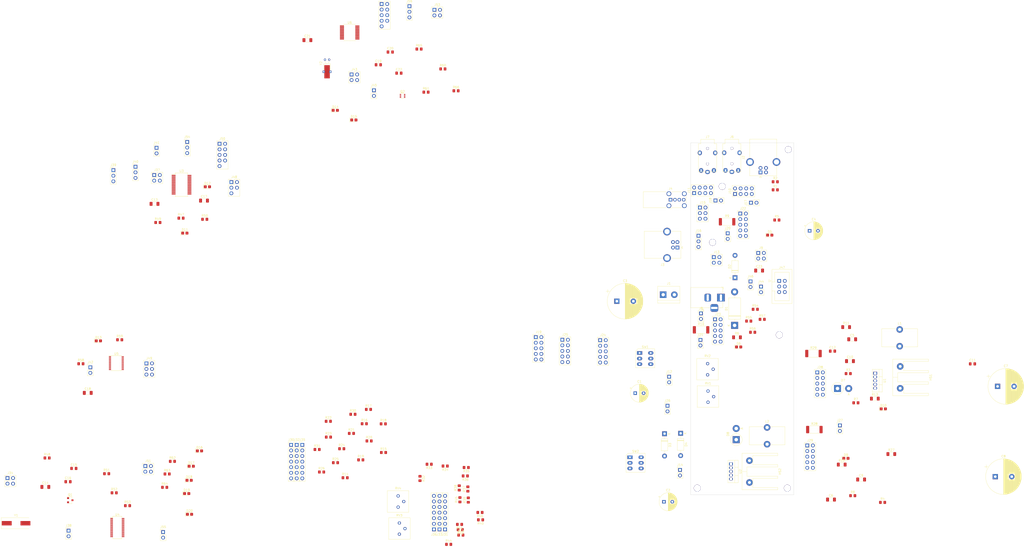
<source format=kicad_pcb>
(kicad_pcb (version 20171130) (host pcbnew 5.1.10-88a1d61d58~90~ubuntu21.04.1)
  (layers (0 F.Cu signal) (31 B.Cu signal) (34 B.Paste user hide) (35 F.Paste user hide) (36 B.SilkS user hide) (37 F.SilkS user hide) (38 B.Mask user hide) (39 F.Mask user hide) (44 Edge.Cuts user))
  (net 0 "")
  (net 1 GNDD)
  (net 2 "Net-(C1-Pad1)")
  (net 3 "Net-(C2-Pad1)")
  (net 4 /mainpower.vcc)
  (net 5 /usbpower.vcc)
  (net 6 "Net-(C5-Pad2)")
  (net 7 "Net-(C6-Pad2)")
  (net 8 "Net-(C6-Pad1)")
  (net 9 "Net-(C10-Pad1)")
  (net 10 "Net-(C8-Pad2)")
  (net 11 /vinvreg.fb)
  (net 12 /stdnreg.vout)
  (net 13 /stdnreg.fb)
  (net 14 "Net-(C13-Pad2)")
  (net 15 /fe11s.vbus)
  (net 16 "Net-(C15-Pad2)")
  (net 17 "Net-(C16-Pad2)")
  (net 18 "Net-(C17-Pad1)")
  (net 19 "Net-(C18-Pad1)")
  (net 20 "Net-(C19-Pad2)")
  (net 21 "Net-(C20-Pad2)")
  (net 22 "Net-(C21-Pad2)")
  (net 23 "Net-(C22-Pad2)")
  (net 24 "Net-(C23-Pad1)")
  (net 25 "Net-(D1-Pad2)")
  (net 26 "Net-(D2-Pad2)")
  (net 27 "Net-(D5-Pad2)")
  (net 28 "Net-(D6-Pad2)")
  (net 29 "Net-(D7-Pad1)")
  (net 30 "Net-(D8-Pad1)")
  (net 31 "Net-(D9-Pad2)")
  (net 32 "Net-(D10-Pad2)")
  (net 33 "Net-(D11-Pad2)")
  (net 34 /ft232.cbus0)
  (net 35 "Net-(D12-Pad2)")
  (net 36 /ft232.cbus1)
  (net 37 "Net-(D13-Pad2)")
  (net 38 /avrisp.progled)
  (net 39 "Net-(D14-Pad2)")
  (net 40 "Net-(D15-Pad2)")
  (net 41 /fe11s.leddrv)
  (net 42 "Net-(D16-Pad1)")
  (net 43 "Net-(D18-Pad1)")
  (net 44 "Net-(D20-Pad1)")
  (net 45 "Net-(J2-Pad3)")
  (net 46 "Net-(J2-Pad2)")
  (net 47 /usbb1.vbus)
  (net 48 /usbb2.d+)
  (net 49 /usbb2.d-)
  (net 50 /usbb2.vbus)
  (net 51 /usba1.vbus)
  (net 52 /usba1.d-)
  (net 53 /usba1.d+)
  (net 54 "Net-(J5-Pad3)")
  (net 55 /AudioJack1.T)
  (net 56 /AudioJack1.S)
  (net 57 /AudioJack1.R1)
  (net 58 /AudioJack1.R2)
  (net 59 /AudioJack2.T)
  (net 60 /AudioJack2.S)
  (net 61 /AudioJack2.R1)
  (net 62 /AudioJack2.R2)
  (net 63 "Net-(J14-Pad1)")
  (net 64 "Net-(J20-Pad2)")
  (net 65 "Net-(J21-Pad2)")
  (net 66 /vinvreg.vout)
  (net 67 /stdnreg.15.2V)
  (net 68 /stdnreg.12.3V)
  (net 69 /stdnreg.9.2V)
  (net 70 /stdnreg.7.5V)
  (net 71 /stdnreg.5.15V)
  (net 72 /stdnreg.3.33V)
  (net 73 /stdnreg.1.81V)
  (net 74 /vinvreg.15.2V)
  (net 75 /vinvreg.12.3V)
  (net 76 /vinvreg.9.2V)
  (net 77 /vinvreg.7.5V)
  (net 78 /vinvreg.5.15V)
  (net 79 /vinvreg.3.33V)
  (net 80 /vinvreg.1.81V)
  (net 81 /fe11s.d-)
  (net 82 /usbb1.d-)
  (net 83 /fe11s.d+)
  (net 84 /usbb1.d+)
  (net 85 /stdnreg.19.2V)
  (net 86 /stdnreg.24.15V)
  (net 87 /stdnreg.fine2)
  (net 88 /stdnreg.fine1)
  (net 89 /stdnreg.coarse2)
  (net 90 /stdnreg.coarse1)
  (net 91 /vinvreg.19.2V)
  (net 92 /vinvreg.24.15V)
  (net 93 /vinvreg.fine2)
  (net 94 /vinvreg.fine1)
  (net 95 /vinvreg.coarse2)
  (net 96 /vinvreg.coarse1)
  (net 97 "Net-(J37-Pad4)")
  (net 98 /ft232.d-)
  (net 99 "Net-(J37-Pad2)")
  (net 100 /ft232.d+)
  (net 101 "Net-(J39-Pad2)")
  (net 102 /fe11s.connected)
  (net 103 "Net-(J40-Pad2)")
  (net 104 "Net-(J43-Pad4)")
  (net 105 /ch340.d-)
  (net 106 "Net-(J43-Pad2)")
  (net 107 /ch340.d+)
  (net 108 "Net-(J44-Pad2)")
  (net 109 "Net-(J44-Pad1)")
  (net 110 "Net-(J47-Pad4)")
  (net 111 "Net-(J47-Pad3)")
  (net 112 "Net-(J47-Pad1)")
  (net 113 /ft232.cbus2)
  (net 114 /ft232.cbus3)
  (net 115 /ft232.cbus4)
  (net 116 /buff.o2)
  (net 117 /buff.i2)
  (net 118 /buff.o1)
  (net 119 /buff.i1)
  (net 120 /buff.o0)
  (net 121 /buff.i0)
  (net 122 /ft232.~dcd~)
  (net 123 /ft232.rxd)
  (net 124 /ft232.txd)
  (net 125 /ft232.~dtr~)
  (net 126 /ft232.~dsr~)
  (net 127 /ft232.~rts~)
  (net 128 /ft232.~cts~)
  (net 129 /ft232.~ri~)
  (net 130 /fe11s.p4d-)
  (net 131 /fe11s.p3d-)
  (net 132 /fe11s.p4d+)
  (net 133 /fe11s.p3d+)
  (net 134 /ch340.~dcd~)
  (net 135 /ch340.rxd)
  (net 136 /ch340.txd)
  (net 137 /ch340.~dtr~)
  (net 138 /ch340.~dsr~)
  (net 139 /ch340.~rts~)
  (net 140 /ch340.~cts~)
  (net 141 /ch340.~ri~)
  (net 142 /ch340.r232)
  (net 143 /ch340.ckol)
  (net 144 /ch340.~nos~)
  (net 145 /ch340.ckoh)
  (net 146 /fe11s.~connected~)
  (net 147 "Net-(Q2-Pad4)")
  (net 148 "Net-(Q2-Pad2)")
  (net 149 "Net-(Q2-Pad5)")
  (net 150 "Net-(Q2-Pad1)")
  (net 151 "Net-(R3-Pad1)")
  (net 152 "Net-(R14-Pad1)")
  (net 153 "Net-(R16-Pad1)")
  (net 154 "Net-(R18-Pad1)")
  (net 155 "Net-(R24-Pad1)")
  (net 156 "Net-(R32-Pad1)")
  (net 157 "Net-(R34-Pad1)")
  (net 158 "Net-(R36-Pad1)")
  (net 159 "Net-(R42-Pad1)")
  (net 160 "Net-(R48-Pad2)")
  (net 161 "Net-(R52-Pad2)")
  (net 162 /avrisp.miso)
  (net 163 /avrisp.mosi)
  (net 164 /avrisp.sck)
  (net 165 /avrisp.~reset~)
  (net 166 /fe11s.led13)
  (net 167 /fe11s.led24)
  (net 168 "Net-(U4-Pad3)")
  (net 169 "Net-(U4-Pad2)")
  (module Resistor_SMD:R_0805_2012Metric_Pad1.20x1.40mm_HandSolder (layer F.Cu) (at -81.61522 196.96694 180)
    (fp_text reference R34 (at 0 -1.65) (layer F.SilkS))
    (fp_text value 5.1k)
    (pad 2 smd roundrect (at 1 0 180) (size 1.2 1.4) (layers F.Cu F.Paste F.Mask) (roundrect_rratio 0.208333) (net 91 /vinvreg.19.2V))
    (pad 1 smd roundrect (at -1 0 180) (size 1.2 1.4) (layers F.Cu F.Paste F.Mask) (roundrect_rratio 0.208333) (net 157 "Net-(R34-Pad1)"))
  )
  (module Resistor_SMD:R_0805_2012Metric_Pad1.20x1.40mm_HandSolder (layer F.Cu) (at -118.40772 177.72644)
    (fp_text reference R16 (at 0 -1.65) (layer F.SilkS))
    (fp_text value 5.1k)
    (pad 2 smd roundrect (at 1 0) (size 1.2 1.4) (layers F.Cu F.Paste F.Mask) (roundrect_rratio 0.208333) (net 85 /stdnreg.19.2V))
    (pad 1 smd roundrect (at -1 0) (size 1.2 1.4) (layers F.Cu F.Paste F.Mask) (roundrect_rratio 0.208333) (net 153 "Net-(R16-Pad1)"))
  )
  (module Crystal:Crystal_DS26_D2.0mm_L6.0mm_Horizontal_1EP_style2 (layer F.Cu) (at -136.29638 12.1277)
    (fp_text reference Y2 (at -1.82 1.625 90) (layer F.SilkS))
    (fp_text value 12MHz)
    (pad 3 thru_hole rect (at 2.45 5.5) (size 1 1) (drill 0.5) (layers *.Cu *.Mask))
    (pad 3 thru_hole rect (at -0.55 5.5) (size 1 1) (drill 0.5) (layers *.Cu *.Mask))
    (pad 3 smd rect (at 0.95 5.5) (size 2.5 6) (layers F.Cu F.Paste F.Mask))
    (pad 2 thru_hole circle (at 1.9 0) (size 1 1) (drill 0.5) (layers *.Cu *.Mask) (net 21 "Net-(C20-Pad2)"))
    (pad 1 thru_hole circle (at 0 0) (size 1 1) (drill 0.5) (layers *.Cu *.Mask) (net 20 "Net-(C19-Pad2)"))
  )
  (module Crystal:Crystal_SMD_HC49-SD (layer F.Cu) (at -276.7939 222.96892)
    (fp_text reference Y1 (at 0 -3.55) (layer F.SilkS))
    (fp_text value 12MHz)
    (pad 2 smd rect (at 4.25 0) (size 4.5 2) (layers F.Cu F.Paste F.Mask) (net 168 "Net-(U4-Pad3)"))
    (pad 1 smd rect (at -4.25 0) (size 4.5 2) (layers F.Cu F.Paste F.Mask) (net 169 "Net-(U4-Pad2)"))
  )
  (module Package_SO:SSOP-20_5.3x7.2mm_P0.65mm (layer F.Cu) (at -125.07208 -0.23104)
    (fp_text reference U6 (at 0 -4.55) (layer F.SilkS))
    (fp_text value CH340T)
    (pad 20 smd roundrect (at 3.5 -2.925) (size 1.9 0.5) (layers F.Cu F.Paste F.Mask) (net 144 /ch340.~nos~))
    (pad 19 smd roundrect (at 3.5 -2.275) (size 1.9 0.5) (layers F.Cu F.Paste F.Mask) (net 22 "Net-(C21-Pad2)"))
    (pad 18 smd roundrect (at 3.5 -1.625) (size 1.9 0.5) (layers F.Cu F.Paste F.Mask) (net 142 /ch340.r232))
    (pad 17 smd roundrect (at 3.5 -0.975) (size 1.9 0.5) (layers F.Cu F.Paste F.Mask))
    (pad 16 smd roundrect (at 3.5 -0.325) (size 1.9 0.5) (layers F.Cu F.Paste F.Mask) (net 139 /ch340.~rts~))
    (pad 15 smd roundrect (at 3.5 0.325) (size 1.9 0.5) (layers F.Cu F.Paste F.Mask) (net 137 /ch340.~dtr~))
    (pad 14 smd roundrect (at 3.5 0.975) (size 1.9 0.5) (layers F.Cu F.Paste F.Mask) (net 134 /ch340.~dcd~))
    (pad 13 smd roundrect (at 3.5 1.625) (size 1.9 0.5) (layers F.Cu F.Paste F.Mask) (net 141 /ch340.~ri~))
    (pad 12 smd roundrect (at 3.5 2.275) (size 1.9 0.5) (layers F.Cu F.Paste F.Mask) (net 138 /ch340.~dsr~))
    (pad 11 smd roundrect (at 3.5 2.925) (size 1.9 0.5) (layers F.Cu F.Paste F.Mask) (net 140 /ch340.~cts~))
    (pad 10 smd roundrect (at -3.5 2.925) (size 1.9 0.5) (layers F.Cu F.Paste F.Mask) (net 21 "Net-(C20-Pad2)"))
    (pad 9 smd roundrect (at -3.5 2.275) (size 1.9 0.5) (layers F.Cu F.Paste F.Mask) (net 20 "Net-(C19-Pad2)"))
    (pad 8 smd roundrect (at -3.5 1.625) (size 1.9 0.5) (layers F.Cu F.Paste F.Mask) (net 1 GNDD))
    (pad 7 smd roundrect (at -3.5 0.975) (size 1.9 0.5) (layers F.Cu F.Paste F.Mask) (net 104 "Net-(J43-Pad4)"))
    (pad 6 smd roundrect (at -3.5 0.325) (size 1.9 0.5) (layers F.Cu F.Paste F.Mask) (net 106 "Net-(J43-Pad2)"))
    (pad 5 smd roundrect (at -3.5 -0.325) (size 1.9 0.5) (layers F.Cu F.Paste F.Mask) (net 23 "Net-(C22-Pad2)"))
    (pad 4 smd roundrect (at -3.5 -0.975) (size 1.9 0.5) (layers F.Cu F.Paste F.Mask) (net 135 /ch340.rxd))
    (pad 3 smd roundrect (at -3.5 -1.625) (size 1.9 0.5) (layers F.Cu F.Paste F.Mask) (net 136 /ch340.txd))
    (pad 2 smd roundrect (at -3.5 -2.275) (size 1.9 0.5) (layers F.Cu F.Paste F.Mask) (net 143 /ch340.ckol))
    (pad 1 smd roundrect (at -3.5 -2.925) (size 1.9 0.5) (layers F.Cu F.Paste F.Mask) (net 145 /ch340.ckoh))
  )
  (module Package_SO:SSOP-20_4.4x6.5mm_P0.65mm (layer F.Cu) (at -231.1882 150.1649)
    (fp_text reference U5 (at 0 -4.3) (layer F.SilkS))
    (fp_text value 74HC244)
    (pad 20 smd rect (at 2.9 -2.925) (size 1 0.4) (layers F.Cu F.Paste F.Mask) (net 19 "Net-(C18-Pad1)"))
    (pad 19 smd rect (at 2.9 -2.275) (size 1 0.4) (layers F.Cu F.Paste F.Mask) (net 1 GNDD))
    (pad 18 smd rect (at 2.9 -1.625) (size 1 0.4) (layers F.Cu F.Paste F.Mask) (net 125 /ft232.~dtr~))
    (pad 17 smd rect (at 2.9 -0.975) (size 1 0.4) (layers F.Cu F.Paste F.Mask) (net 121 /buff.i0))
    (pad 16 smd rect (at 2.9 -0.325) (size 1 0.4) (layers F.Cu F.Paste F.Mask) (net 163 /avrisp.mosi))
    (pad 15 smd rect (at 2.9 0.325) (size 1 0.4) (layers F.Cu F.Paste F.Mask) (net 119 /buff.i1))
    (pad 14 smd rect (at 2.9 0.975) (size 1 0.4) (layers F.Cu F.Paste F.Mask) (net 164 /avrisp.sck))
    (pad 13 smd rect (at 2.9 1.625) (size 1 0.4) (layers F.Cu F.Paste F.Mask) (net 117 /buff.i2))
    (pad 12 smd rect (at 2.9 2.275) (size 1 0.4) (layers F.Cu F.Paste F.Mask) (net 165 /avrisp.~reset~))
    (pad 11 smd rect (at 2.9 2.925) (size 1 0.4) (layers F.Cu F.Paste F.Mask) (net 128 /ft232.~cts~))
    (pad 10 smd rect (at -2.9 2.925) (size 1 0.4) (layers F.Cu F.Paste F.Mask) (net 1 GNDD))
    (pad 9 smd rect (at -2.9 2.275) (size 1 0.4) (layers F.Cu F.Paste F.Mask) (net 38 /avrisp.progled))
    (pad 8 smd rect (at -2.9 1.625) (size 1 0.4) (layers F.Cu F.Paste F.Mask) (net 126 /ft232.~dsr~))
    (pad 7 smd rect (at -2.9 0.975) (size 1 0.4) (layers F.Cu F.Paste F.Mask) (net 116 /buff.o2))
    (pad 6 smd rect (at -2.9 0.325) (size 1 0.4) (layers F.Cu F.Paste F.Mask) (net 127 /ft232.~rts~))
    (pad 5 smd rect (at -2.9 -0.325) (size 1 0.4) (layers F.Cu F.Paste F.Mask) (net 118 /buff.o1))
    (pad 4 smd rect (at -2.9 -0.975) (size 1 0.4) (layers F.Cu F.Paste F.Mask) (net 122 /ft232.~dcd~))
    (pad 3 smd rect (at -2.9 -1.625) (size 1 0.4) (layers F.Cu F.Paste F.Mask) (net 120 /buff.o0))
    (pad 2 smd rect (at -2.9 -2.275) (size 1 0.4) (layers F.Cu F.Paste F.Mask) (net 162 /avrisp.miso))
    (pad 1 smd rect (at -2.9 -2.925) (size 1 0.4) (layers F.Cu F.Paste F.Mask) (net 128 /ft232.~cts~))
  )
  (module Package_SO:SSOP-28_3.9x9.9mm_P0.635mm (layer F.Cu) (at -230.73608 224.95012)
    (fp_text reference U4 (at 0 -5.9) (layer F.SilkS))
    (fp_text value FE1.1S)
    (pad 28 smd rect (at 2.6 -4.1275) (size 1.2 0.4) (layers F.Cu F.Paste F.Mask) (net 17 "Net-(C16-Pad2)"))
    (pad 27 smd rect (at 2.6 -3.4925) (size 1.2 0.4) (layers F.Cu F.Paste F.Mask))
    (pad 26 smd rect (at 2.6 -2.8575) (size 1.2 0.4) (layers F.Cu F.Paste F.Mask) (net 161 "Net-(R52-Pad2)"))
    (pad 25 smd rect (at 2.6 -2.2225) (size 1.2 0.4) (layers F.Cu F.Paste F.Mask) (net 146 /fe11s.~connected~))
    (pad 24 smd rect (at 2.6 -1.5875) (size 1.2 0.4) (layers F.Cu F.Paste F.Mask) (net 167 /fe11s.led24))
    (pad 23 smd rect (at 2.6 -0.9525) (size 1.2 0.4) (layers F.Cu F.Paste F.Mask) (net 166 /fe11s.led13))
    (pad 22 smd rect (at 2.6 -0.3175) (size 1.2 0.4) (layers F.Cu F.Paste F.Mask) (net 41 /fe11s.leddrv))
    (pad 21 smd rect (at 2.6 0.3175) (size 1.2 0.4) (layers F.Cu F.Paste F.Mask) (net 16 "Net-(C15-Pad2)"))
    (pad 20 smd rect (at 2.6 0.9525) (size 1.2 0.4) (layers F.Cu F.Paste F.Mask) (net 15 /fe11s.vbus))
    (pad 19 smd rect (at 2.6 1.5875) (size 1.2 0.4) (layers F.Cu F.Paste F.Mask) (net 1 GNDD))
    (pad 18 smd rect (at 2.6 2.2225) (size 1.2 0.4) (layers F.Cu F.Paste F.Mask) (net 15 /fe11s.vbus))
    (pad 17 smd rect (at 2.6 2.8575) (size 1.2 0.4) (layers F.Cu F.Paste F.Mask))
    (pad 16 smd rect (at 2.6 3.4925) (size 1.2 0.4) (layers F.Cu F.Paste F.Mask) (net 83 /fe11s.d+))
    (pad 15 smd rect (at 2.6 4.1275) (size 1.2 0.4) (layers F.Cu F.Paste F.Mask) (net 81 /fe11s.d-))
    (pad 14 smd rect (at -2.6 4.1275) (size 1.2 0.4) (layers F.Cu F.Paste F.Mask) (net 160 "Net-(R48-Pad2)"))
    (pad 13 smd rect (at -2.6 3.4925) (size 1.2 0.4) (layers F.Cu F.Paste F.Mask) (net 16 "Net-(C15-Pad2)"))
    (pad 12 smd rect (at -2.6 2.8575) (size 1.2 0.4) (layers F.Cu F.Paste F.Mask))
    (pad 11 smd rect (at -2.6 2.2225) (size 1.2 0.4) (layers F.Cu F.Paste F.Mask) (net 107 /ch340.d+))
    (pad 10 smd rect (at -2.6 1.5875) (size 1.2 0.4) (layers F.Cu F.Paste F.Mask) (net 105 /ch340.d-))
    (pad 9 smd rect (at -2.6 0.9525) (size 1.2 0.4) (layers F.Cu F.Paste F.Mask) (net 100 /ft232.d+))
    (pad 8 smd rect (at -2.6 0.3175) (size 1.2 0.4) (layers F.Cu F.Paste F.Mask) (net 98 /ft232.d-))
    (pad 7 smd rect (at -2.6 -0.3175) (size 1.2 0.4) (layers F.Cu F.Paste F.Mask) (net 133 /fe11s.p3d+))
    (pad 6 smd rect (at -2.6 -0.9525) (size 1.2 0.4) (layers F.Cu F.Paste F.Mask) (net 131 /fe11s.p3d-))
    (pad 5 smd rect (at -2.6 -1.5875) (size 1.2 0.4) (layers F.Cu F.Paste F.Mask) (net 130 /fe11s.p4d-))
    (pad 4 smd rect (at -2.6 -2.2225) (size 1.2 0.4) (layers F.Cu F.Paste F.Mask) (net 132 /fe11s.p4d+))
    (pad 3 smd rect (at -2.6 -2.8575) (size 1.2 0.4) (layers F.Cu F.Paste F.Mask) (net 168 "Net-(U4-Pad3)"))
    (pad 2 smd rect (at -2.6 -3.4925) (size 1.2 0.4) (layers F.Cu F.Paste F.Mask) (net 169 "Net-(U4-Pad2)"))
    (pad 1 smd rect (at -2.6 -4.1275) (size 1.2 0.4) (layers F.Cu F.Paste F.Mask) (net 1 GNDD))
  )
  (module Package_SO:SSOP-28_5.3x10.2mm_P0.65mm (layer F.Cu) (at -201.53624 69.00174)
    (fp_text reference U3 (at 0 -6.25) (layer F.SilkS))
    (fp_text value FT232RL)
    (pad 28 smd rect (at 3.6 -4.225) (size 1.75 0.45) (layers F.Cu F.Paste F.Mask))
    (pad 27 smd rect (at 3.6 -3.575) (size 1.75 0.45) (layers F.Cu F.Paste F.Mask))
    (pad 26 smd rect (at 3.6 -2.925) (size 1.75 0.45) (layers F.Cu F.Paste F.Mask) (net 1 GNDD))
    (pad 25 smd rect (at 3.6 -2.275) (size 1.75 0.45) (layers F.Cu F.Paste F.Mask) (net 1 GNDD))
    (pad 24 smd rect (at 3.6 -1.625) (size 1.75 0.45) (layers F.Cu F.Paste F.Mask))
    (pad 23 smd rect (at 3.6 -0.975) (size 1.75 0.45) (layers F.Cu F.Paste F.Mask) (net 34 /ft232.cbus0))
    (pad 22 smd rect (at 3.6 -0.325) (size 1.75 0.45) (layers F.Cu F.Paste F.Mask) (net 36 /ft232.cbus1))
    (pad 21 smd rect (at 3.6 0.325) (size 1.75 0.45) (layers F.Cu F.Paste F.Mask) (net 1 GNDD))
    (pad 20 smd rect (at 3.6 0.975) (size 1.75 0.45) (layers F.Cu F.Paste F.Mask) (net 18 "Net-(C17-Pad1)"))
    (pad 19 smd rect (at 3.6 1.625) (size 1.75 0.45) (layers F.Cu F.Paste F.Mask) (net 101 "Net-(J39-Pad2)"))
    (pad 18 smd rect (at 3.6 2.275) (size 1.75 0.45) (layers F.Cu F.Paste F.Mask) (net 1 GNDD))
    (pad 17 smd rect (at 3.6 2.925) (size 1.75 0.45) (layers F.Cu F.Paste F.Mask) (net 14 "Net-(C13-Pad2)"))
    (pad 16 smd rect (at 3.6 3.575) (size 1.75 0.45) (layers F.Cu F.Paste F.Mask) (net 97 "Net-(J37-Pad4)"))
    (pad 15 smd rect (at 3.6 4.225) (size 1.75 0.45) (layers F.Cu F.Paste F.Mask) (net 99 "Net-(J37-Pad2)"))
    (pad 14 smd rect (at -3.6 4.225) (size 1.75 0.45) (layers F.Cu F.Paste F.Mask) (net 114 /ft232.cbus3))
    (pad 13 smd rect (at -3.6 3.575) (size 1.75 0.45) (layers F.Cu F.Paste F.Mask) (net 113 /ft232.cbus2))
    (pad 12 smd rect (at -3.6 2.925) (size 1.75 0.45) (layers F.Cu F.Paste F.Mask) (net 115 /ft232.cbus4))
    (pad 11 smd rect (at -3.6 2.275) (size 1.75 0.45) (layers F.Cu F.Paste F.Mask) (net 128 /ft232.~cts~))
    (pad 10 smd rect (at -3.6 1.625) (size 1.75 0.45) (layers F.Cu F.Paste F.Mask) (net 122 /ft232.~dcd~))
    (pad 9 smd rect (at -3.6 0.975) (size 1.75 0.45) (layers F.Cu F.Paste F.Mask) (net 126 /ft232.~dsr~))
    (pad 8 smd rect (at -3.6 0.325) (size 1.75 0.45) (layers F.Cu F.Paste F.Mask))
    (pad 7 smd rect (at -3.6 -0.325) (size 1.75 0.45) (layers F.Cu F.Paste F.Mask) (net 1 GNDD))
    (pad 6 smd rect (at -3.6 -0.975) (size 1.75 0.45) (layers F.Cu F.Paste F.Mask) (net 129 /ft232.~ri~))
    (pad 5 smd rect (at -3.6 -1.625) (size 1.75 0.45) (layers F.Cu F.Paste F.Mask) (net 123 /ft232.rxd))
    (pad 4 smd rect (at -3.6 -2.275) (size 1.75 0.45) (layers F.Cu F.Paste F.Mask) (net 103 "Net-(J40-Pad2)"))
    (pad 3 smd rect (at -3.6 -2.925) (size 1.75 0.45) (layers F.Cu F.Paste F.Mask) (net 127 /ft232.~rts~))
    (pad 2 smd rect (at -3.6 -3.575) (size 1.75 0.45) (layers F.Cu F.Paste F.Mask) (net 125 /ft232.~dtr~))
    (pad 1 smd rect (at -3.6 -4.225) (size 1.75 0.45) (layers F.Cu F.Paste F.Mask) (net 124 /ft232.txd))
  )
  (module Package_TO_SOT_THT:TO-220-5_Vertical (layer F.Cu) (at 48.37436 196.03984 270)
    (fp_text reference U2 (at 3.4 -4.27 90) (layer F.SilkS))
    (fp_text value LM2596T-ADJ)
    (pad 5 thru_hole oval (at 6.8 0 270) (size 1.275 1.8) (drill 1.1) (layers *.Cu *.Mask) (net 63 "Net-(J14-Pad1)"))
    (pad 4 thru_hole oval (at 5.1 0 270) (size 1.275 1.8) (drill 1.1) (layers *.Cu *.Mask) (net 11 /vinvreg.fb))
    (pad 3 thru_hole oval (at 3.4 0 270) (size 1.275 1.8) (drill 1.1) (layers *.Cu *.Mask) (net 10 "Net-(C8-Pad2)"))
    (pad 2 thru_hole oval (at 1.7 0 270) (size 1.275 1.8) (drill 1.1) (layers *.Cu *.Mask) (net 30 "Net-(D8-Pad1)"))
    (pad 1 thru_hole rect (at 0 0 270) (size 1.275 1.8) (drill 1.1) (layers *.Cu *.Mask) (net 8 "Net-(C6-Pad1)"))
  )
  (module Package_TO_SOT_THT:TO-220-5_Vertical (layer F.Cu) (at 113.94954 154.74706 270)
    (fp_text reference U1 (at 3.4 -4.27 90) (layer F.SilkS))
    (fp_text value LM2596T-ADJ)
    (pad 5 thru_hole oval (at 6.8 0 270) (size 1.275 1.8) (drill 1.1) (layers *.Cu *.Mask) (net 151 "Net-(R3-Pad1)"))
    (pad 4 thru_hole oval (at 5.1 0 270) (size 1.275 1.8) (drill 1.1) (layers *.Cu *.Mask) (net 13 /stdnreg.fb))
    (pad 3 thru_hole oval (at 3.4 0 270) (size 1.275 1.8) (drill 1.1) (layers *.Cu *.Mask) (net 1 GNDD))
    (pad 2 thru_hole oval (at 1.7 0 270) (size 1.275 1.8) (drill 1.1) (layers *.Cu *.Mask) (net 29 "Net-(D7-Pad1)"))
    (pad 1 thru_hole rect (at 0 0 270) (size 1.275 1.8) (drill 1.1) (layers *.Cu *.Mask) (net 2 "Net-(C1-Pad1)"))
  )
  (module KiCAD_User_Lib:SW_Push_DPDT_8.4x8.4mm (layer F.Cu) (at 1.15068 192.98168)
    (fp_text reference SW2 (at 3.81 -2.74) (layer F.SilkS))
    (fp_text value SW_Push_DPDT)
    (pad 1 thru_hole rect (at 1.27 0) (size 2.4 1.6) (drill 0.8) (layers *.Cu *.Mask))
    (pad 6 thru_hole oval (at 6.35 5.08) (size 2.4 1.6) (drill 0.8) (layers *.Cu *.Mask) (net 4 /mainpower.vcc))
    (pad 2 thru_hole oval (at 1.27 2.54) (size 2.4 1.6) (drill 0.8) (layers *.Cu *.Mask) (net 3 "Net-(C2-Pad1)"))
    (pad 5 thru_hole oval (at 6.35 2.54) (size 2.4 1.6) (drill 0.8) (layers *.Cu *.Mask) (net 3 "Net-(C2-Pad1)"))
    (pad 3 thru_hole oval (at 1.27 5.08) (size 2.4 1.6) (drill 0.8) (layers *.Cu *.Mask) (net 4 /mainpower.vcc))
    (pad 4 thru_hole oval (at 6.35 0) (size 2.4 1.6) (drill 0.8) (layers *.Cu *.Mask))
  )
  (module KiCAD_User_Lib:SW_Push_DPDT_8.4x8.4mm (layer F.Cu) (at 5.53472 145.53448)
    (fp_text reference SW1 (at 3.81 -2.74) (layer F.SilkS))
    (fp_text value SW_Push_DPDT)
    (pad 1 thru_hole rect (at 1.27 0) (size 2.4 1.6) (drill 0.8) (layers *.Cu *.Mask))
    (pad 6 thru_hole oval (at 6.35 5.08) (size 2.4 1.6) (drill 0.8) (layers *.Cu *.Mask) (net 4 /mainpower.vcc))
    (pad 2 thru_hole oval (at 1.27 2.54) (size 2.4 1.6) (drill 0.8) (layers *.Cu *.Mask) (net 2 "Net-(C1-Pad1)"))
    (pad 5 thru_hole oval (at 6.35 2.54) (size 2.4 1.6) (drill 0.8) (layers *.Cu *.Mask) (net 2 "Net-(C1-Pad1)"))
    (pad 3 thru_hole oval (at 1.27 5.08) (size 2.4 1.6) (drill 0.8) (layers *.Cu *.Mask) (net 4 /mainpower.vcc))
    (pad 4 thru_hole oval (at 6.35 0) (size 2.4 1.6) (drill 0.8) (layers *.Cu *.Mask))
  )
  (module Potentiometer_THT:Potentiometer_Bourns_3386P_Vertical (layer F.Cu) (at -103.02234 215.6461)
    (fp_text reference RV4 (at -0.015 -8.555) (layer F.SilkS))
    (fp_text value 5k)
    (pad 1 thru_hole circle (at 0 0) (size 1.44 1.44) (drill 0.8) (layers *.Cu *.Mask) (net 94 /vinvreg.fine1))
    (pad 2 thru_hole circle (at 2.54 -2.54) (size 1.44 1.44) (drill 0.8) (layers *.Cu *.Mask) (net 93 /vinvreg.fine2))
    (pad 3 thru_hole circle (at 0 -5.08) (size 1.44 1.44) (drill 0.8) (layers *.Cu *.Mask) (net 93 /vinvreg.fine2))
  )
  (module Potentiometer_THT:Potentiometer_Bourns_3386P_Vertical (layer F.Cu) (at -102.4483 227.95748)
    (fp_text reference RV3 (at -0.015 -8.555) (layer F.SilkS))
    (fp_text value 45k)
    (pad 1 thru_hole circle (at 0 0) (size 1.44 1.44) (drill 0.8) (layers *.Cu *.Mask) (net 96 /vinvreg.coarse1))
    (pad 2 thru_hole circle (at 2.54 -2.54) (size 1.44 1.44) (drill 0.8) (layers *.Cu *.Mask) (net 95 /vinvreg.coarse2))
    (pad 3 thru_hole circle (at 0 -5.08) (size 1.44 1.44) (drill 0.8) (layers *.Cu *.Mask) (net 95 /vinvreg.coarse2))
  )
  (module Potentiometer_THT:Potentiometer_Bourns_3386P_Vertical (layer F.Cu) (at 37.72922 155.47096)
    (fp_text reference RV2 (at -0.015 -8.555) (layer F.SilkS))
    (fp_text value 5k)
    (pad 1 thru_hole circle (at 0 0) (size 1.44 1.44) (drill 0.8) (layers *.Cu *.Mask) (net 88 /stdnreg.fine1))
    (pad 2 thru_hole circle (at 2.54 -2.54) (size 1.44 1.44) (drill 0.8) (layers *.Cu *.Mask) (net 87 /stdnreg.fine2))
    (pad 3 thru_hole circle (at 0 -5.08) (size 1.44 1.44) (drill 0.8) (layers *.Cu *.Mask) (net 87 /stdnreg.fine2))
  )
  (module Potentiometer_THT:Potentiometer_Bourns_3386P_Vertical (layer F.Cu) (at 37.92734 167.93728)
    (fp_text reference RV1 (at -0.015 -8.555) (layer F.SilkS))
    (fp_text value 45k)
    (pad 1 thru_hole circle (at 0 0) (size 1.44 1.44) (drill 0.8) (layers *.Cu *.Mask) (net 90 /stdnreg.coarse1))
    (pad 2 thru_hole circle (at 2.54 -2.54) (size 1.44 1.44) (drill 0.8) (layers *.Cu *.Mask) (net 89 /stdnreg.coarse2))
    (pad 3 thru_hole circle (at 0 -5.08) (size 1.44 1.44) (drill 0.8) (layers *.Cu *.Mask) (net 89 /stdnreg.coarse2))
  )
  (module Resistor_SMD:R_0805_2012Metric_Pad1.20x1.40mm_HandSolder (layer F.Cu) (at -76.68762 26.28402)
    (fp_text reference R66 (at 0 -1.65) (layer F.SilkS))
    (fp_text value 10k)
    (pad 2 smd roundrect (at 1 0) (size 1.2 1.4) (layers F.Cu F.Paste F.Mask) (roundrect_rratio 0.208333) (net 135 /ch340.rxd))
    (pad 1 smd roundrect (at -1 0) (size 1.2 1.4) (layers F.Cu F.Paste F.Mask) (roundrect_rratio 0.208333) (net 148 "Net-(Q2-Pad2)"))
  )
  (module Resistor_SMD:R_0805_2012Metric_Pad1.20x1.40mm_HandSolder (layer F.Cu) (at -93.5202 7.30006)
    (fp_text reference R65 (at 0 -1.65) (layer F.SilkS))
    (fp_text value 1k)
    (pad 2 smd roundrect (at 1 0) (size 1.2 1.4) (layers F.Cu F.Paste F.Mask) (roundrect_rratio 0.208333) (net 150 "Net-(Q2-Pad1)"))
    (pad 1 smd roundrect (at -1 0) (size 1.2 1.4) (layers F.Cu F.Paste F.Mask) (roundrect_rratio 0.208333) (net 22 "Net-(C21-Pad2)"))
  )
  (module Resistor_SMD:R_0805_2012Metric_Pad1.20x1.40mm_HandSolder (layer F.Cu) (at -209.22152 206.64942)
    (fp_text reference R64 (at 0 -1.65) (layer F.SilkS))
    (fp_text value 2k)
    (pad 2 smd roundrect (at 1 0) (size 1.2 1.4) (layers F.Cu F.Paste F.Mask) (roundrect_rratio 0.208333) (net 44 "Net-(D20-Pad1)"))
    (pad 1 smd roundrect (at -1 0) (size 1.2 1.4) (layers F.Cu F.Paste F.Mask) (roundrect_rratio 0.208333) (net 1 GNDD))
  )
  (module Resistor_SMD:R_0805_2012Metric_Pad1.20x1.40mm_HandSolder (layer F.Cu) (at -208.08868 200.56612)
    (fp_text reference R63 (at 0 -1.65) (layer F.SilkS))
    (fp_text value 2k)
    (pad 2 smd roundrect (at 1 0) (size 1.2 1.4) (layers F.Cu F.Paste F.Mask) (roundrect_rratio 0.208333) (net 43 "Net-(D18-Pad1)"))
    (pad 1 smd roundrect (at -1 0) (size 1.2 1.4) (layers F.Cu F.Paste F.Mask) (roundrect_rratio 0.208333) (net 167 /fe11s.led24))
  )
  (module Resistor_SMD:R_0805_2012Metric_Pad1.20x1.40mm_HandSolder (layer F.Cu) (at -205.6833 194.8308)
    (fp_text reference R62 (at 0 -1.65) (layer F.SilkS))
    (fp_text value 2k)
    (pad 2 smd roundrect (at 1 0) (size 1.2 1.4) (layers F.Cu F.Paste F.Mask) (roundrect_rratio 0.208333) (net 42 "Net-(D16-Pad1)"))
    (pad 1 smd roundrect (at -1 0) (size 1.2 1.4) (layers F.Cu F.Paste F.Mask) (roundrect_rratio 0.208333) (net 166 /fe11s.led13))
  )
  (module Resistor_SMD:R_0805_2012Metric_Pad1.20x1.40mm_HandSolder (layer F.Cu) (at -90.34774 26.90378)
    (fp_text reference R61 (at 0 -1.65) (layer F.SilkS))
    (fp_text value 10k)
    (pad 2 smd roundrect (at 1 0) (size 1.2 1.4) (layers F.Cu F.Paste F.Mask) (roundrect_rratio 0.208333) (net 136 /ch340.txd))
    (pad 1 smd roundrect (at -1 0) (size 1.2 1.4) (layers F.Cu F.Paste F.Mask) (roundrect_rratio 0.208333) (net 149 "Net-(Q2-Pad5)"))
  )
  (module Resistor_SMD:R_0805_2012Metric_Pad1.20x1.40mm_HandSolder (layer F.Cu) (at -82.68202 16.33484)
    (fp_text reference R60 (at 0 -1.65) (layer F.SilkS))
    (fp_text value 1k)
    (pad 2 smd roundrect (at 1 0) (size 1.2 1.4) (layers F.Cu F.Paste F.Mask) (roundrect_rratio 0.208333) (net 147 "Net-(Q2-Pad4)"))
    (pad 1 smd roundrect (at -1 0) (size 1.2 1.4) (layers F.Cu F.Paste F.Mask) (roundrect_rratio 0.208333) (net 22 "Net-(C21-Pad2)"))
  )
  (module Resistor_SMD:R_0805_2012Metric_Pad1.20x1.40mm_HandSolder (layer F.Cu) (at -229.67868 139.535)
    (fp_text reference R59 (at 0 -1.65) (layer F.SilkS))
    (fp_text value 1k)
    (pad 2 smd roundrect (at 1 0) (size 1.2 1.4) (layers F.Cu F.Paste F.Mask) (roundrect_rratio 0.208333) (net 37 "Net-(D13-Pad2)"))
    (pad 1 smd roundrect (at -1 0) (size 1.2 1.4) (layers F.Cu F.Paste F.Mask) (roundrect_rratio 0.208333) (net 19 "Net-(C18-Pad1)"))
  )
  (module Resistor_SMD:R_0805_2012Metric_Pad1.20x1.40mm_HandSolder (layer F.Cu) (at -247.32914 150.43922)
    (fp_text reference R58 (at 0 -1.65) (layer F.SilkS))
    (fp_text value 10k)
    (pad 2 smd roundrect (at 1 0) (size 1.2 1.4) (layers F.Cu F.Paste F.Mask) (roundrect_rratio 0.208333) (net 128 /ft232.~cts~))
    (pad 1 smd roundrect (at -1 0) (size 1.2 1.4) (layers F.Cu F.Paste F.Mask) (roundrect_rratio 0.208333) (net 19 "Net-(C18-Pad1)"))
  )
  (module Resistor_SMD:R_0805_2012Metric_Pad1.20x1.40mm_HandSolder (layer F.Cu) (at 62.5788 130.24114)
    (fp_text reference R57 (at 0 -1.65) (layer F.SilkS))
    (fp_text value 100)
    (pad 2 smd roundrect (at 1 0) (size 1.2 1.4) (layers F.Cu F.Paste F.Mask) (roundrect_rratio 0.208333) (net 109 "Net-(J44-Pad1)"))
    (pad 1 smd roundrect (at -1 0) (size 1.2 1.4) (layers F.Cu F.Paste F.Mask) (roundrect_rratio 0.208333) (net 165 /avrisp.~reset~))
  )
  (module Resistor_SMD:R_0805_2012Metric_Pad1.20x1.40mm_HandSolder (layer F.Cu) (at 58.22778 136.12632)
    (fp_text reference R56 (at 0 -1.65) (layer F.SilkS))
    (fp_text value 100)
    (pad 2 smd roundrect (at 1 0) (size 1.2 1.4) (layers F.Cu F.Paste F.Mask) (roundrect_rratio 0.208333) (net 111 "Net-(J47-Pad3)"))
    (pad 1 smd roundrect (at -1 0) (size 1.2 1.4) (layers F.Cu F.Paste F.Mask) (roundrect_rratio 0.208333) (net 164 /avrisp.sck))
  )
  (module Resistor_SMD:R_0805_2012Metric_Pad1.20x1.40mm_HandSolder (layer F.Cu) (at 56.43454 131.03616)
    (fp_text reference R55 (at 0 -1.65) (layer F.SilkS))
    (fp_text value 100)
    (pad 2 smd roundrect (at 1 0) (size 1.2 1.4) (layers F.Cu F.Paste F.Mask) (roundrect_rratio 0.208333) (net 110 "Net-(J47-Pad4)"))
    (pad 1 smd roundrect (at -1 0) (size 1.2 1.4) (layers F.Cu F.Paste F.Mask) (roundrect_rratio 0.208333) (net 163 /avrisp.mosi))
  )
  (module Resistor_SMD:R_0805_2012Metric_Pad1.20x1.40mm_HandSolder (layer F.Cu) (at 59.42412 125.67168)
    (fp_text reference R54 (at 0 -1.65) (layer F.SilkS))
    (fp_text value 100)
    (pad 2 smd roundrect (at 1 0) (size 1.2 1.4) (layers F.Cu F.Paste F.Mask) (roundrect_rratio 0.208333) (net 112 "Net-(J47-Pad1)"))
    (pad 1 smd roundrect (at -1 0) (size 1.2 1.4) (layers F.Cu F.Paste F.Mask) (roundrect_rratio 0.208333) (net 162 /avrisp.miso))
  )
  (module Resistor_SMD:R_0805_2012Metric_Pad1.20x1.40mm_HandSolder (layer F.Cu) (at -226.09982 214.98824)
    (fp_text reference R53 (at 0 -1.65) (layer F.SilkS))
    (fp_text value 10k)
    (pad 2 smd roundrect (at 1 0) (size 1.2 1.4) (layers F.Cu F.Paste F.Mask) (roundrect_rratio 0.208333) (net 146 /fe11s.~connected~))
    (pad 1 smd roundrect (at -1 0) (size 1.2 1.4) (layers F.Cu F.Paste F.Mask) (roundrect_rratio 0.208333) (net 15 /fe11s.vbus))
  )
  (module Resistor_SMD:R_0805_2012Metric_Pad1.20x1.40mm_HandSolder (layer F.Cu) (at -232.17118 209.13862)
    (fp_text reference R52 (at 0 -1.65) (layer F.SilkS))
    (fp_text value 10k)
    (pad 2 smd roundrect (at 1 0) (size 1.2 1.4) (layers F.Cu F.Paste F.Mask) (roundrect_rratio 0.208333) (net 161 "Net-(R52-Pad2)"))
    (pad 1 smd roundrect (at -1 0) (size 1.2 1.4) (layers F.Cu F.Paste F.Mask) (roundrect_rratio 0.208333) (net 15 /fe11s.vbus))
  )
  (module Resistor_SMD:R_0805_2012Metric_Pad1.20x1.40mm_HandSolder (layer F.Cu) (at -235.60704 200.4442)
    (fp_text reference R51 (at 0 -1.65) (layer F.SilkS))
    (fp_text value 2k)
    (pad 2 smd roundrect (at 1 0) (size 1.2 1.4) (layers F.Cu F.Paste F.Mask) (roundrect_rratio 0.208333) (net 15 /fe11s.vbus))
    (pad 1 smd roundrect (at -1 0) (size 1.2 1.4) (layers F.Cu F.Paste F.Mask) (roundrect_rratio 0.208333) (net 102 /fe11s.connected))
  )
  (module Resistor_SMD:R_0805_2012Metric_Pad1.20x1.40mm_HandSolder (layer F.Cu) (at -191.00032 84.7345)
    (fp_text reference R50 (at 0 -1.65) (layer F.SilkS))
    (fp_text value 1k)
    (pad 2 smd roundrect (at 1 0) (size 1.2 1.4) (layers F.Cu F.Paste F.Mask) (roundrect_rratio 0.208333) (net 35 "Net-(D12-Pad2)"))
    (pad 1 smd roundrect (at -1 0) (size 1.2 1.4) (layers F.Cu F.Paste F.Mask) (roundrect_rratio 0.208333) (net 18 "Net-(C17-Pad1)"))
  )
  (module Resistor_SMD:R_0805_2012Metric_Pad1.20x1.40mm_HandSolder (layer F.Cu) (at -212.30584 86.19246)
    (fp_text reference R49 (at 0 -1.65) (layer F.SilkS))
    (fp_text value 1k)
    (pad 2 smd roundrect (at 1 0) (size 1.2 1.4) (layers F.Cu F.Paste F.Mask) (roundrect_rratio 0.208333) (net 33 "Net-(D11-Pad2)"))
    (pad 1 smd roundrect (at -1 0) (size 1.2 1.4) (layers F.Cu F.Paste F.Mask) (roundrect_rratio 0.208333) (net 18 "Net-(C17-Pad1)"))
  )
  (module Resistor_SMD:R_0805_2012Metric_Pad1.20x1.40mm_HandSolder (layer F.Cu) (at -262.68928 193.29156)
    (fp_text reference R48 (at 0 -1.65) (layer F.SilkS))
    (fp_text value "2k7 1%")
    (pad 2 smd roundrect (at 1 0) (size 1.2 1.4) (layers F.Cu F.Paste F.Mask) (roundrect_rratio 0.208333) (net 160 "Net-(R48-Pad2)"))
    (pad 1 smd roundrect (at -1 0) (size 1.2 1.4) (layers F.Cu F.Paste F.Mask) (roundrect_rratio 0.208333) (net 1 GNDD))
  )
  (module Resistor_SMD:R_0805_2012Metric_Pad1.20x1.40mm_HandSolder (layer F.Cu) (at -201.78516 84.2138)
    (fp_text reference R47 (at 0 -1.65) (layer F.SilkS))
    (fp_text value 10k)
    (pad 2 smd roundrect (at 1 0) (size 1.2 1.4) (layers F.Cu F.Paste F.Mask) (roundrect_rratio 0.208333) (net 101 "Net-(J39-Pad2)"))
    (pad 1 smd roundrect (at -1 0) (size 1.2 1.4) (layers F.Cu F.Paste F.Mask) (roundrect_rratio 0.208333) (net 1 GNDD))
  )
  (module Resistor_SMD:R_0805_2012Metric_Pad1.20x1.40mm_HandSolder (layer F.Cu) (at -65.79356 218.0718 180)
    (fp_text reference R46 (at 0 -1.65) (layer F.SilkS))
    (fp_text value "3.74k 1%")
    (pad 2 smd roundrect (at 1 0 180) (size 1.2 1.4) (layers F.Cu F.Paste F.Mask) (roundrect_rratio 0.208333) (net 77 /vinvreg.7.5V))
    (pad 1 smd roundrect (at -1 0 180) (size 1.2 1.4) (layers F.Cu F.Paste F.Mask) (roundrect_rratio 0.208333) (net 78 /vinvreg.5.15V))
  )
  (module Resistor_SMD:R_0805_2012Metric_Pad1.20x1.40mm_HandSolder (layer F.Cu) (at -74.91978 212.29584 90)
    (fp_text reference R45 (at 0 -1.65 90) (layer F.SilkS))
    (fp_text value "2.37k 1%")
    (pad 2 smd roundrect (at 1 0 90) (size 1.2 1.4) (layers F.Cu F.Paste F.Mask) (roundrect_rratio 0.208333) (net 76 /vinvreg.9.2V))
    (pad 1 smd roundrect (at -1 0 90) (size 1.2 1.4) (layers F.Cu F.Paste F.Mask) (roundrect_rratio 0.208333) (net 77 /vinvreg.7.5V))
  )
  (module Resistor_SMD:R_0805_2012Metric_Pad1.20x1.40mm_HandSolder (layer F.Cu) (at -80.0422 232.58536)
    (fp_text reference R44 (at 0 -1.65) (layer F.SilkS))
    (fp_text value 754.472)
    (pad 2 smd roundrect (at 1 0) (size 1.2 1.4) (layers F.Cu F.Paste F.Mask) (roundrect_rratio 0.208333) (net 80 /vinvreg.1.81V))
    (pad 1 smd roundrect (at -1 0) (size 1.2 1.4) (layers F.Cu F.Paste F.Mask) (roundrect_rratio 0.208333) (net 1 GNDD))
  )
  (module Resistor_SMD:R_0805_2012Metric_Pad1.20x1.40mm_HandSolder (layer F.Cu) (at -74.51262 228.36642)
    (fp_text reference R43 (at 0 -1.65) (layer F.SilkS))
    (fp_text value 100)
    (pad 2 smd roundrect (at 1 0) (size 1.2 1.4) (layers F.Cu F.Paste F.Mask) (roundrect_rratio 0.208333) (net 159 "Net-(R42-Pad1)"))
    (pad 1 smd roundrect (at -1 0) (size 1.2 1.4) (layers F.Cu F.Paste F.Mask) (roundrect_rratio 0.208333) (net 80 /vinvreg.1.81V))
  )
  (module Resistor_SMD:R_0805_2012Metric_Pad1.20x1.40mm_HandSolder (layer F.Cu) (at -74.76916 225.90516 180)
    (fp_text reference R42 (at 0 -1.65) (layer F.SilkS))
    (fp_text value 1.87k)
    (pad 2 smd roundrect (at 1 0 180) (size 1.2 1.4) (layers F.Cu F.Paste F.Mask) (roundrect_rratio 0.208333) (net 79 /vinvreg.3.33V))
    (pad 1 smd roundrect (at -1 0 180) (size 1.2 1.4) (layers F.Cu F.Paste F.Mask) (roundrect_rratio 0.208333) (net 159 "Net-(R42-Pad1)"))
  )
  (module Resistor_SMD:R_0805_2012Metric_Pad1.20x1.40mm_HandSolder (layer F.Cu) (at -75.0892 223.5074 180)
    (fp_text reference R41 (at 0 -1.65) (layer F.SilkS))
    (fp_text value 2.37k)
    (pad 2 smd roundrect (at 1 0 180) (size 1.2 1.4) (layers F.Cu F.Paste F.Mask) (roundrect_rratio 0.208333) (net 78 /vinvreg.5.15V))
    (pad 1 smd roundrect (at -1 0 180) (size 1.2 1.4) (layers F.Cu F.Paste F.Mask) (roundrect_rratio 0.208333) (net 79 /vinvreg.3.33V))
  )
  (module Resistor_SMD:R_0805_2012Metric_Pad1.20x1.40mm_HandSolder (layer F.Cu) (at -65.5294 221.42714 180)
    (fp_text reference R40 (at 0 -1.65) (layer F.SilkS))
    (fp_text value "20k 1%")
    (pad 2 smd roundrect (at 1 0 180) (size 1.2 1.4) (layers F.Cu F.Paste F.Mask) (roundrect_rratio 0.208333) (net 77 /vinvreg.7.5V))
    (pad 1 smd roundrect (at -1 0 180) (size 1.2 1.4) (layers F.Cu F.Paste F.Mask) (roundrect_rratio 0.208333) (net 78 /vinvreg.5.15V))
  )
  (module Resistor_SMD:R_0805_2012Metric_Pad1.20x1.40mm_HandSolder (layer F.Cu) (at -71.10978 212.43478 90)
    (fp_text reference R39 (at 0 -1.65 90) (layer F.SilkS))
    (fp_text value "20k 1%")
    (pad 2 smd roundrect (at 1 0 90) (size 1.2 1.4) (layers F.Cu F.Paste F.Mask) (roundrect_rratio 0.208333) (net 76 /vinvreg.9.2V))
    (pad 1 smd roundrect (at -1 0 90) (size 1.2 1.4) (layers F.Cu F.Paste F.Mask) (roundrect_rratio 0.208333) (net 77 /vinvreg.7.5V))
  )
  (module Resistor_SMD:R_0805_2012Metric_Pad1.20x1.40mm_HandSolder (layer F.Cu) (at -75.22712 206.90926 90)
    (fp_text reference R38 (at 0 -1.65 90) (layer F.SilkS))
    (fp_text value "4.02k 1%")
    (pad 2 smd roundrect (at 1 0 90) (size 1.2 1.4) (layers F.Cu F.Paste F.Mask) (roundrect_rratio 0.208333) (net 75 /vinvreg.12.3V))
    (pad 1 smd roundrect (at -1 0 90) (size 1.2 1.4) (layers F.Cu F.Paste F.Mask) (roundrect_rratio 0.208333) (net 76 /vinvreg.9.2V))
  )
  (module Resistor_SMD:R_0805_2012Metric_Pad1.20x1.40mm_HandSolder (layer F.Cu) (at -71.31552 207.40888 90)
    (fp_text reference R37 (at 0 -1.65 90) (layer F.SilkS))
    (fp_text value "470 1%")
    (pad 2 smd roundrect (at 1 0 90) (size 1.2 1.4) (layers F.Cu F.Paste F.Mask) (roundrect_rratio 0.208333) (net 158 "Net-(R36-Pad1)"))
    (pad 1 smd roundrect (at -1 0 90) (size 1.2 1.4) (layers F.Cu F.Paste F.Mask) (roundrect_rratio 0.208333) (net 75 /vinvreg.12.3V))
  )
  (module Resistor_SMD:R_0805_2012Metric_Pad1.20x1.40mm_HandSolder (layer F.Cu) (at -72.46614 201.46528 180)
    (fp_text reference R36 (at 0 -1.65) (layer F.SilkS))
    (fp_text value "3.3k 1%")
    (pad 2 smd roundrect (at 1 0 180) (size 1.2 1.4) (layers F.Cu F.Paste F.Mask) (roundrect_rratio 0.208333) (net 74 /vinvreg.15.2V))
    (pad 1 smd roundrect (at -1 0 180) (size 1.2 1.4) (layers F.Cu F.Paste F.Mask) (roundrect_rratio 0.208333) (net 158 "Net-(R36-Pad1)"))
  )
  (module Resistor_SMD:R_0805_2012Metric_Pad1.20x1.40mm_HandSolder (layer F.Cu) (at -72.0445 197.62988 180)
    (fp_text reference R35 (at 0 -1.65) (layer F.SilkS))
    (fp_text value 100)
    (pad 2 smd roundrect (at 1 0 180) (size 1.2 1.4) (layers F.Cu F.Paste F.Mask) (roundrect_rratio 0.208333) (net 157 "Net-(R34-Pad1)"))
    (pad 1 smd roundrect (at -1 0 180) (size 1.2 1.4) (layers F.Cu F.Paste F.Mask) (roundrect_rratio 0.208333) (net 74 /vinvreg.15.2V))
  )
  (module Resistor_SMD:R_0805_2012Metric_Pad1.20x1.40mm_HandSolder (layer F.Cu) (at -88.8974 196.14906 180)
    (fp_text reference R33 (at 0 -1.65) (layer F.SilkS))
    (fp_text value "240 1%")
    (pad 2 smd roundrect (at 1 0 180) (size 1.2 1.4) (layers F.Cu F.Paste F.Mask) (roundrect_rratio 0.208333) (net 156 "Net-(R32-Pad1)"))
    (pad 1 smd roundrect (at -1 0 180) (size 1.2 1.4) (layers F.Cu F.Paste F.Mask) (roundrect_rratio 0.208333) (net 91 /vinvreg.19.2V))
  )
  (module Resistor_SMD:R_0805_2012Metric_Pad1.20x1.40mm_HandSolder (layer F.Cu) (at -93.07824 202.6286 270)
    (fp_text reference R32 (at 0 -1.65 90) (layer F.SilkS))
    (fp_text value 6.2k)
    (pad 2 smd roundrect (at 1 0 270) (size 1.2 1.4) (layers F.Cu F.Paste F.Mask) (roundrect_rratio 0.208333) (net 92 /vinvreg.24.15V))
    (pad 1 smd roundrect (at -1 0 270) (size 1.2 1.4) (layers F.Cu F.Paste F.Mask) (roundrect_rratio 0.208333) (net 156 "Net-(R32-Pad1)"))
  )
  (module Resistor_SMD:R_0805_2012Metric_Pad1.20x1.40mm_HandSolder (layer F.Cu) (at -139.87088 189.43584)
    (fp_text reference R31 (at 0 -1.65) (layer F.SilkS))
    (fp_text value "3.74k 1%")
    (pad 2 smd roundrect (at 1 0) (size 1.2 1.4) (layers F.Cu F.Paste F.Mask) (roundrect_rratio 0.208333) (net 70 /stdnreg.7.5V))
    (pad 1 smd roundrect (at -1 0) (size 1.2 1.4) (layers F.Cu F.Paste F.Mask) (roundrect_rratio 0.208333) (net 71 /stdnreg.5.15V))
  )
  (module Resistor_SMD:R_0805_2012Metric_Pad1.20x1.40mm_HandSolder (layer F.Cu) (at -123.59558 173.42622)
    (fp_text reference R30 (at 0 -1.65) (layer F.SilkS))
    (fp_text value "2.37k 1%")
    (pad 2 smd roundrect (at 1 0) (size 1.2 1.4) (layers F.Cu F.Paste F.Mask) (roundrect_rratio 0.208333) (net 69 /stdnreg.9.2V))
    (pad 1 smd roundrect (at -1 0) (size 1.2 1.4) (layers F.Cu F.Paste F.Mask) (roundrect_rratio 0.208333) (net 70 /stdnreg.7.5V))
  )
  (module Resistor_SMD:R_2512_6332Metric_Pad1.40x3.35mm_HandSolder (layer F.Cu) (at 85.88762 145.78848)
    (fp_text reference R29 (at 0 -2.62) (layer F.SilkS))
    (fp_text value 0.1R)
    (pad 2 smd roundrect (at 3.05 0) (size 1.4 3.35) (layers F.Cu F.Paste F.Mask) (roundrect_rratio 0.178571) (net 12 /stdnreg.vout))
    (pad 1 smd roundrect (at -3.05 0) (size 1.4 3.35) (layers F.Cu F.Paste F.Mask) (roundrect_rratio 0.178571) (net 9 "Net-(C10-Pad1)"))
  )
  (module Resistor_SMD:R_2512_6332Metric_Pad1.40x3.35mm_HandSolder (layer F.Cu) (at 86.29656 180.37058)
    (fp_text reference R28 (at 0 -2.62) (layer F.SilkS))
    (fp_text value 0.1R)
    (pad 2 smd roundrect (at 3.05 0) (size 1.4 3.35) (layers F.Cu F.Paste F.Mask) (roundrect_rratio 0.178571) (net 66 /vinvreg.vout))
    (pad 1 smd roundrect (at -3.05 0) (size 1.4 3.35) (layers F.Cu F.Paste F.Mask) (roundrect_rratio 0.178571) (net 10 "Net-(C8-Pad2)"))
  )
  (module Resistor_SMD:R_1206_3216Metric_Pad1.30x1.75mm_HandSolder (layer F.Cu) (at 121.3003 191.51356)
    (fp_text reference R27 (at 0 -1.82) (layer F.SilkS))
    (fp_text value 1.6k)
    (pad 2 smd roundrect (at 1.55 0) (size 1.3 1.75) (layers F.Cu F.Paste F.Mask) (roundrect_rratio 0.192308) (net 11 /vinvreg.fb))
    (pad 1 smd roundrect (at -1.55 0) (size 1.3 1.75) (layers F.Cu F.Paste F.Mask) (roundrect_rratio 0.192308) (net 66 /vinvreg.vout))
  )
  (module Resistor_SMD:R_0805_2012Metric_Pad1.20x1.40mm_HandSolder (layer F.Cu) (at -137.8432 199.67458)
    (fp_text reference R26 (at 0 -1.65) (layer F.SilkS))
    (fp_text value 754.472)
    (pad 2 smd roundrect (at 1 0) (size 1.2 1.4) (layers F.Cu F.Paste F.Mask) (roundrect_rratio 0.208333) (net 73 /stdnreg.1.81V))
    (pad 1 smd roundrect (at -1 0) (size 1.2 1.4) (layers F.Cu F.Paste F.Mask) (roundrect_rratio 0.208333) (net 12 /stdnreg.vout))
  )
  (module Resistor_SMD:R_0805_2012Metric_Pad1.20x1.40mm_HandSolder (layer F.Cu) (at -131.51276 195.43532)
    (fp_text reference R25 (at 0 -1.65) (layer F.SilkS))
    (fp_text value 100)
    (pad 2 smd roundrect (at 1 0) (size 1.2 1.4) (layers F.Cu F.Paste F.Mask) (roundrect_rratio 0.208333) (net 155 "Net-(R24-Pad1)"))
    (pad 1 smd roundrect (at -1 0) (size 1.2 1.4) (layers F.Cu F.Paste F.Mask) (roundrect_rratio 0.208333) (net 73 /stdnreg.1.81V))
  )
  (module Resistor_SMD:R_0805_2012Metric_Pad1.20x1.40mm_HandSolder (layer F.Cu) (at -128.6865 189.08786)
    (fp_text reference R24 (at 0 -1.65) (layer F.SilkS))
    (fp_text value 1.87k)
    (pad 2 smd roundrect (at 1 0) (size 1.2 1.4) (layers F.Cu F.Paste F.Mask) (roundrect_rratio 0.208333) (net 72 /stdnreg.3.33V))
    (pad 1 smd roundrect (at -1 0) (size 1.2 1.4) (layers F.Cu F.Paste F.Mask) (roundrect_rratio 0.208333) (net 155 "Net-(R24-Pad1)"))
  )
  (module Resistor_SMD:R_0805_2012Metric_Pad1.20x1.40mm_HandSolder (layer F.Cu) (at -134.72078 183.80466)
    (fp_text reference R23 (at 0 -1.65) (layer F.SilkS))
    (fp_text value 2.37k)
    (pad 2 smd roundrect (at 1 0) (size 1.2 1.4) (layers F.Cu F.Paste F.Mask) (roundrect_rratio 0.208333) (net 71 /stdnreg.5.15V))
    (pad 1 smd roundrect (at -1 0) (size 1.2 1.4) (layers F.Cu F.Paste F.Mask) (roundrect_rratio 0.208333) (net 72 /stdnreg.3.33V))
  )
  (module Resistor_SMD:R_0805_2012Metric_Pad1.20x1.40mm_HandSolder (layer F.Cu) (at -134.7792 176.619)
    (fp_text reference R22 (at 0 -1.65) (layer F.SilkS))
    (fp_text value "20k 1%")
    (pad 2 smd roundrect (at 1 0) (size 1.2 1.4) (layers F.Cu F.Paste F.Mask) (roundrect_rratio 0.208333) (net 70 /stdnreg.7.5V))
    (pad 1 smd roundrect (at -1 0) (size 1.2 1.4) (layers F.Cu F.Paste F.Mask) (roundrect_rratio 0.208333) (net 71 /stdnreg.5.15V))
  )
  (module Resistor_SMD:R_0805_2012Metric_Pad1.20x1.40mm_HandSolder (layer F.Cu) (at -124.26614 182.12064)
    (fp_text reference R21 (at 0 -1.65) (layer F.SilkS))
    (fp_text value "20k 1%")
    (pad 2 smd roundrect (at 1 0) (size 1.2 1.4) (layers F.Cu F.Paste F.Mask) (roundrect_rratio 0.208333) (net 69 /stdnreg.9.2V))
    (pad 1 smd roundrect (at -1 0) (size 1.2 1.4) (layers F.Cu F.Paste F.Mask) (roundrect_rratio 0.208333) (net 70 /stdnreg.7.5V))
  )
  (module Resistor_SMD:R_0805_2012Metric_Pad1.20x1.40mm_HandSolder (layer F.Cu) (at -116.22958 185.54456)
    (fp_text reference R20 (at 0 -1.65) (layer F.SilkS))
    (fp_text value "4.02k 1%")
    (pad 2 smd roundrect (at 1 0) (size 1.2 1.4) (layers F.Cu F.Paste F.Mask) (roundrect_rratio 0.208333) (net 68 /stdnreg.12.3V))
    (pad 1 smd roundrect (at -1 0) (size 1.2 1.4) (layers F.Cu F.Paste F.Mask) (roundrect_rratio 0.208333) (net 69 /stdnreg.9.2V))
  )
  (module Resistor_SMD:R_0805_2012Metric_Pad1.20x1.40mm_HandSolder (layer F.Cu) (at -120.03272 194.16024)
    (fp_text reference R19 (at 0 -1.65) (layer F.SilkS))
    (fp_text value "470 1%")
    (pad 2 smd roundrect (at 1 0) (size 1.2 1.4) (layers F.Cu F.Paste F.Mask) (roundrect_rratio 0.208333) (net 154 "Net-(R18-Pad1)"))
    (pad 1 smd roundrect (at -1 0) (size 1.2 1.4) (layers F.Cu F.Paste F.Mask) (roundrect_rratio 0.208333) (net 68 /stdnreg.12.3V))
  )
  (module Resistor_SMD:R_0805_2012Metric_Pad1.20x1.40mm_HandSolder (layer F.Cu) (at -109.7762 177.77216)
    (fp_text reference R18 (at 0 -1.65) (layer F.SilkS))
    (fp_text value "3.3k 1%")
    (pad 2 smd roundrect (at 1 0) (size 1.2 1.4) (layers F.Cu F.Paste F.Mask) (roundrect_rratio 0.208333) (net 67 /stdnreg.15.2V))
    (pad 1 smd roundrect (at -1 0) (size 1.2 1.4) (layers F.Cu F.Paste F.Mask) (roundrect_rratio 0.208333) (net 154 "Net-(R18-Pad1)"))
  )
  (module Resistor_SMD:R_0805_2012Metric_Pad1.20x1.40mm_HandSolder (layer F.Cu) (at -116.51152 171.19864)
    (fp_text reference R17 (at 0 -1.65) (layer F.SilkS))
    (fp_text value 100)
    (pad 2 smd roundrect (at 1 0) (size 1.2 1.4) (layers F.Cu F.Paste F.Mask) (roundrect_rratio 0.208333) (net 153 "Net-(R16-Pad1)"))
    (pad 1 smd roundrect (at -1 0) (size 1.2 1.4) (layers F.Cu F.Paste F.Mask) (roundrect_rratio 0.208333) (net 67 /stdnreg.15.2V))
  )
  (module Resistor_SMD:R_0805_2012Metric_Pad1.20x1.40mm_HandSolder (layer F.Cu) (at -109.66876 190.80236)
    (fp_text reference R15 (at 0 -1.65) (layer F.SilkS))
    (fp_text value "240 1%")
    (pad 2 smd roundrect (at 1 0) (size 1.2 1.4) (layers F.Cu F.Paste F.Mask) (roundrect_rratio 0.208333) (net 152 "Net-(R14-Pad1)"))
    (pad 1 smd roundrect (at -1 0) (size 1.2 1.4) (layers F.Cu F.Paste F.Mask) (roundrect_rratio 0.208333) (net 85 /stdnreg.19.2V))
  )
  (module Resistor_SMD:R_0805_2012Metric_Pad1.20x1.40mm_HandSolder (layer F.Cu) (at -127.12618 202.2857)
    (fp_text reference R14 (at 0 -1.65) (layer F.SilkS))
    (fp_text value 6.2k)
    (pad 2 smd roundrect (at 1 0) (size 1.2 1.4) (layers F.Cu F.Paste F.Mask) (roundrect_rratio 0.208333) (net 86 /stdnreg.24.15V))
    (pad 1 smd roundrect (at -1 0) (size 1.2 1.4) (layers F.Cu F.Paste F.Mask) (roundrect_rratio 0.208333) (net 152 "Net-(R14-Pad1)"))
  )
  (module Resistor_SMD:R_1206_3216Metric_Pad1.30x1.75mm_HandSolder (layer F.Cu) (at 113.79968 166.29644)
    (fp_text reference R13 (at 0 -1.82) (layer F.SilkS))
    (fp_text value 2.4k)
    (pad 2 smd roundrect (at 1.55 0) (size 1.3 1.75) (layers F.Cu F.Paste F.Mask) (roundrect_rratio 0.192308) (net 9 "Net-(C10-Pad1)"))
    (pad 1 smd roundrect (at -1.55 0) (size 1.3 1.75) (layers F.Cu F.Paste F.Mask) (roundrect_rratio 0.192308) (net 32 "Net-(D10-Pad2)"))
  )
  (module Resistor_SMD:R_1206_3216Metric_Pad1.30x1.75mm_HandSolder (layer F.Cu) (at 98.74002 196.31162)
    (fp_text reference R12 (at 0 -1.82) (layer F.SilkS))
    (fp_text value 2.4k)
    (pad 2 smd roundrect (at 1.55 0) (size 1.3 1.75) (layers F.Cu F.Paste F.Mask) (roundrect_rratio 0.192308) (net 31 "Net-(D9-Pad2)"))
    (pad 1 smd roundrect (at -1.55 0) (size 1.3 1.75) (layers F.Cu F.Paste F.Mask) (roundrect_rratio 0.192308) (net 1 GNDD))
  )
  (module Resistor_SMD:R_1206_3216Metric_Pad1.30x1.75mm_HandSolder (layer F.Cu) (at 100.74408 133.77174)
    (fp_text reference R11 (at 0 -1.82) (layer F.SilkS))
    (fp_text value 1.6k)
    (pad 2 smd roundrect (at 1.55 0) (size 1.3 1.75) (layers F.Cu F.Paste F.Mask) (roundrect_rratio 0.192308) (net 1 GNDD))
    (pad 1 smd roundrect (at -1.55 0) (size 1.3 1.75) (layers F.Cu F.Paste F.Mask) (roundrect_rratio 0.192308) (net 13 /stdnreg.fb))
  )
  (module Resistor_SMD:R_2512_6332Metric_Pad1.40x3.35mm_HandSolder (layer F.Cu) (at 34.76504 135.0011)
    (fp_text reference R10 (at 0 -2.62) (layer F.SilkS))
    (fp_text value 0.1R)
    (pad 2 smd roundrect (at 3.05 0) (size 1.4 3.35) (layers F.Cu F.Paste F.Mask) (roundrect_rratio 0.178571) (net 65 "Net-(J21-Pad2)"))
    (pad 1 smd roundrect (at -3.05 0) (size 1.4 3.35) (layers F.Cu F.Paste F.Mask) (roundrect_rratio 0.178571) (net 4 /mainpower.vcc))
  )
  (module Resistor_SMD:R_2512_6332Metric_Pad1.40x3.35mm_HandSolder (layer F.Cu) (at 46.5989 85.8521)
    (fp_text reference R9 (at 0 -2.62) (layer F.SilkS))
    (fp_text value 0.1R)
    (pad 2 smd roundrect (at 3.05 0) (size 1.4 3.35) (layers F.Cu F.Paste F.Mask) (roundrect_rratio 0.178571) (net 64 "Net-(J20-Pad2)"))
    (pad 1 smd roundrect (at -3.05 0) (size 1.4 3.35) (layers F.Cu F.Paste F.Mask) (roundrect_rratio 0.178571) (net 5 /usbpower.vcc))
  )
  (module Resistor_SMD:R_0805_2012Metric_Pad1.20x1.40mm_HandSolder (layer F.Cu) (at 103.74636 210.44418)
    (fp_text reference R8 (at 0 -1.65) (layer F.SilkS))
    (fp_text value 47k)
    (pad 2 smd roundrect (at 1 0) (size 1.2 1.4) (layers F.Cu F.Paste F.Mask) (roundrect_rratio 0.208333) (net 10 "Net-(C8-Pad2)"))
    (pad 1 smd roundrect (at -1 0) (size 1.2 1.4) (layers F.Cu F.Paste F.Mask) (roundrect_rratio 0.208333) (net 63 "Net-(J14-Pad1)"))
  )
  (module Resistor_SMD:R_0805_2012Metric_Pad1.20x1.40mm_HandSolder (layer F.Cu) (at 105.17384 168.19636)
    (fp_text reference R7 (at 0 -1.65) (layer F.SilkS))
    (fp_text value 47k)
    (pad 2 smd roundrect (at 1 0) (size 1.2 1.4) (layers F.Cu F.Paste F.Mask) (roundrect_rratio 0.208333) (net 1 GNDD))
    (pad 1 smd roundrect (at -1 0) (size 1.2 1.4) (layers F.Cu F.Paste F.Mask) (roundrect_rratio 0.208333) (net 151 "Net-(R3-Pad1)"))
  )
  (module Resistor_SMD:R_1206_3216Metric_Pad1.30x1.75mm_HandSolder (layer F.Cu) (at 51.10232 138.41232)
    (fp_text reference R6 (at 0 -1.82) (layer F.SilkS))
    (fp_text value 2.4k)
    (pad 2 smd roundrect (at 1.55 0) (size 1.3 1.75) (layers F.Cu F.Paste F.Mask) (roundrect_rratio 0.192308) (net 4 /mainpower.vcc))
    (pad 1 smd roundrect (at -1.55 0) (size 1.3 1.75) (layers F.Cu F.Paste F.Mask) (roundrect_rratio 0.192308) (net 28 "Net-(D6-Pad2)"))
  )
  (module Resistor_SMD:R_0805_2012Metric_Pad1.20x1.40mm_HandSolder (layer F.Cu) (at 69.23614 85.0647)
    (fp_text reference R5 (at 0 -1.65) (layer F.SilkS))
    (fp_text value 2k)
    (pad 2 smd roundrect (at 1 0) (size 1.2 1.4) (layers F.Cu F.Paste F.Mask) (roundrect_rratio 0.208333) (net 5 /usbpower.vcc))
    (pad 1 smd roundrect (at -1 0) (size 1.2 1.4) (layers F.Cu F.Paste F.Mask) (roundrect_rratio 0.208333) (net 27 "Net-(D5-Pad2)"))
  )
  (module Resistor_SMD:R_0805_2012Metric_Pad1.20x1.40mm_HandSolder (layer F.Cu) (at 117.32596 213.4998)
    (fp_text reference R4 (at 0 -1.65) (layer F.SilkS))
    (fp_text value 47k)
    (pad 2 smd roundrect (at 1 0) (size 1.2 1.4) (layers F.Cu F.Paste F.Mask) (roundrect_rratio 0.208333) (net 7 "Net-(C6-Pad2)"))
    (pad 1 smd roundrect (at -1 0) (size 1.2 1.4) (layers F.Cu F.Paste F.Mask) (roundrect_rratio 0.208333) (net 63 "Net-(J14-Pad1)"))
  )
  (module Resistor_SMD:R_0805_2012Metric_Pad1.20x1.40mm_HandSolder (layer F.Cu) (at 101.70496 154.92232)
    (fp_text reference R3 (at 0 -1.65) (layer F.SilkS))
    (fp_text value 47k)
    (pad 2 smd roundrect (at 1 0) (size 1.2 1.4) (layers F.Cu F.Paste F.Mask) (roundrect_rratio 0.208333) (net 6 "Net-(C5-Pad2)"))
    (pad 1 smd roundrect (at -1 0) (size 1.2 1.4) (layers F.Cu F.Paste F.Mask) (roundrect_rratio 0.208333) (net 151 "Net-(R3-Pad1)"))
  )
  (module Resistor_SMD:R_0805_2012Metric_Pad1.20x1.40mm_HandSolder (layer F.Cu) (at 68.51732 67.66824)
    (fp_text reference R2 (at 0 -1.65) (layer F.SilkS))
    (fp_text value 10)
    (pad 2 smd roundrect (at 1 0) (size 1.2 1.4) (layers F.Cu F.Paste F.Mask) (roundrect_rratio 0.208333) (net 82 /usbb1.d-))
    (pad 1 smd roundrect (at -1 0) (size 1.2 1.4) (layers F.Cu F.Paste F.Mask) (roundrect_rratio 0.208333) (net 46 "Net-(J2-Pad2)"))
  )
  (module Resistor_SMD:R_0805_2012Metric_Pad1.20x1.40mm_HandSolder (layer F.Cu) (at 68.51732 71.33346)
    (fp_text reference R1 (at 0 -1.65) (layer F.SilkS))
    (fp_text value 10)
    (pad 2 smd roundrect (at 1 0) (size 1.2 1.4) (layers F.Cu F.Paste F.Mask) (roundrect_rratio 0.208333) (net 84 /usbb1.d+))
    (pad 1 smd roundrect (at -1 0) (size 1.2 1.4) (layers F.Cu F.Paste F.Mask) (roundrect_rratio 0.208333) (net 45 "Net-(J2-Pad3)"))
  )
  (module Package_TO_SOT_SMD:SOT-363_SC-70-6 (layer F.Cu) (at -101.0132 28.61574)
    (fp_text reference Q2 (at 0 -2) (layer F.SilkS))
    (fp_text value BC857BDW1)
    (pad 6 smd rect (at 0.95 -0.65) (size 0.65 0.4) (layers F.Cu F.Paste F.Mask) (net 40 "Net-(D15-Pad2)"))
    (pad 4 smd rect (at 0.95 0.65) (size 0.65 0.4) (layers F.Cu F.Paste F.Mask) (net 147 "Net-(Q2-Pad4)"))
    (pad 2 smd rect (at -0.95 0) (size 0.65 0.4) (layers F.Cu F.Paste F.Mask) (net 148 "Net-(Q2-Pad2)"))
    (pad 5 smd rect (at 0.95 0) (size 0.65 0.4) (layers F.Cu F.Paste F.Mask) (net 149 "Net-(Q2-Pad5)"))
    (pad 3 smd rect (at -0.95 0.65) (size 0.65 0.4) (layers F.Cu F.Paste F.Mask) (net 39 "Net-(D14-Pad2)"))
    (pad 1 smd rect (at -0.95 -0.65) (size 0.65 0.4) (layers F.Cu F.Paste F.Mask) (net 150 "Net-(Q2-Pad1)"))
  )
  (module Package_TO_SOT_SMD:SOT-23 (layer F.Cu) (at -252.15082 212.50412)
    (fp_text reference Q1 (at 0 -2.5) (layer F.SilkS))
    (fp_text value BC847)
    (pad 3 smd rect (at 1 0) (size 0.9 0.8) (layers F.Cu F.Paste F.Mask) (net 102 /fe11s.connected))
    (pad 2 smd rect (at -1 0.95) (size 0.9 0.8) (layers F.Cu F.Paste F.Mask) (net 1 GNDD))
    (pad 1 smd rect (at -1 -0.95) (size 0.9 0.8) (layers F.Cu F.Paste F.Mask) (net 146 /fe11s.~connected~))
  )
  (module Inductor_THT:L_Toroid_Vertical_L16.0mm_W8.0mm_P7.62mm (layer F.Cu) (at 64.80054 179.41554)
    (fp_text reference L2 (at 0 -2.75) (layer F.SilkS))
    (fp_text value "150 (68-220) uH")
    (pad 2 thru_hole circle (at 0 7.62) (size 3 3) (drill 1.5) (layers *.Cu *.Mask) (net 1 GNDD))
    (pad 1 thru_hole circle (at 0 0) (size 3 3) (drill 1.5) (layers *.Cu *.Mask) (net 30 "Net-(D8-Pad1)"))
  )
  (module Inductor_THT:L_Toroid_Vertical_L16.0mm_W8.0mm_P7.62mm (layer F.Cu) (at 125.10268 134.84616)
    (fp_text reference L1 (at 0 -2.75) (layer F.SilkS))
    (fp_text value 300uH)
    (pad 2 thru_hole circle (at 0 7.62) (size 3 3) (drill 1.5) (layers *.Cu *.Mask) (net 9 "Net-(C10-Pad1)"))
    (pad 1 thru_hole circle (at 0 0) (size 3 3) (drill 1.5) (layers *.Cu *.Mask) (net 29 "Net-(D7-Pad1)"))
  )
  (module Connector_PinHeader_2.54mm:PinHeader_1x03_P2.54mm_Vertical (layer F.Cu) (at -97.88392 -12.18682)
    (fp_text reference J56 (at 0 -2.33) (layer F.SilkS))
    (fp_text value ch340.uartport)
    (pad 3 thru_hole oval (at 0 5.08) (size 1.7 1.7) (drill 1) (layers *.Cu *.Mask) (net 1 GNDD))
    (pad 2 thru_hole oval (at 0 2.54) (size 1.7 1.7) (drill 1) (layers *.Cu *.Mask) (net 135 /ch340.rxd))
    (pad 1 thru_hole rect (at 0 0) (size 1.7 1.7) (drill 1) (layers *.Cu *.Mask) (net 136 /ch340.txd))
  )
  (module Connector_PinHeader_2.54mm:PinHeader_1x02_P2.54mm_Vertical (layer F.Cu) (at -209.91062 226.98974)
    (fp_text reference J55 (at 0 -2.33) (layer F.SilkS))
    (fp_text value fe11s.connected)
    (pad 2 thru_hole oval (at 0 2.54) (size 1.7 1.7) (drill 1) (layers *.Cu *.Mask) (net 102 /fe11s.connected))
    (pad 1 thru_hole rect (at 0 0) (size 1.7 1.7) (drill 1) (layers *.Cu *.Mask) (net 102 /fe11s.connected))
  )
  (module Connector_PinHeader_2.54mm:PinHeader_1x03_P2.54mm_Vertical (layer F.Cu) (at -198.95814 49.5555)
    (fp_text reference J54 (at 0 -2.33) (layer F.SilkS))
    (fp_text value ft232.uartport)
    (pad 3 thru_hole oval (at 0 5.08) (size 1.7 1.7) (drill 1) (layers *.Cu *.Mask) (net 1 GNDD))
    (pad 2 thru_hole oval (at 0 2.54) (size 1.7 1.7) (drill 1) (layers *.Cu *.Mask) (net 123 /ft232.rxd))
    (pad 1 thru_hole rect (at 0 0) (size 1.7 1.7) (drill 1) (layers *.Cu *.Mask) (net 124 /ft232.txd))
  )
  (module Connector_PinHeader_2.54mm:PinHeader_2x02_P2.54mm_Vertical (layer F.Cu) (at -86.5225 -10.5409)
    (fp_text reference J53 (at 1.27 -2.33) (layer F.SilkS))
    (fp_text value ch340.addport)
    (pad 4 thru_hole oval (at 2.54 2.54) (size 1.7 1.7) (drill 1) (layers *.Cu *.Mask) (net 142 /ch340.r232))
    (pad 3 thru_hole oval (at 0 2.54) (size 1.7 1.7) (drill 1) (layers *.Cu *.Mask) (net 143 /ch340.ckol))
    (pad 2 thru_hole oval (at 2.54 0) (size 1.7 1.7) (drill 1) (layers *.Cu *.Mask) (net 144 /ch340.~nos~))
    (pad 1 thru_hole rect (at 0 0) (size 1.7 1.7) (drill 1) (layers *.Cu *.Mask) (net 145 /ch340.ckoh))
  )
  (module KiCAD_User_Lib:PinHeader_2Rows-09Pins_P2.54mm_Vertical (layer F.Cu) (at -110.52296 -13.18504)
    (fp_text reference J52 (at 1.27 -2.33) (layer F.SilkS))
    (fp_text value ch340.rs232port)
    (pad 1 thru_hole rect (at 0 0) (size 1.7 1.7) (drill 1) (layers *.Cu *.Mask) (net 134 /ch340.~dcd~))
    (pad 2 thru_hole oval (at 2.54 0) (size 1.7 1.7) (drill 1) (layers *.Cu *.Mask) (net 135 /ch340.rxd))
    (pad 3 thru_hole oval (at 0 2.54) (size 1.7 1.7) (drill 1) (layers *.Cu *.Mask) (net 136 /ch340.txd))
    (pad 4 thru_hole oval (at 2.54 2.54) (size 1.7 1.7) (drill 1) (layers *.Cu *.Mask) (net 137 /ch340.~dtr~))
    (pad 5 thru_hole oval (at 0 5.08) (size 1.7 1.7) (drill 1) (layers *.Cu *.Mask) (net 1 GNDD))
    (pad 6 thru_hole oval (at 2.54 5.08) (size 1.7 1.7) (drill 1) (layers *.Cu *.Mask) (net 138 /ch340.~dsr~))
    (pad 7 thru_hole oval (at 0 7.62) (size 1.7 1.7) (drill 1) (layers *.Cu *.Mask) (net 139 /ch340.~rts~))
    (pad 8 thru_hole oval (at 2.54 7.62) (size 1.7 1.7) (drill 1) (layers *.Cu *.Mask) (net 140 /ch340.~cts~))
    (pad 9 thru_hole oval (at 0 10.16) (size 1.7 1.7) (drill 1) (layers *.Cu *.Mask) (net 141 /ch340.~ri~))
  )
  (module Connector_PinHeader_2.54mm:PinHeader_2x02_P2.54mm_Vertical (layer F.Cu) (at -218.01068 196.98218)
    (fp_text reference J51 (at 1.27 -2.33) (layer F.SilkS))
    (fp_text value fe11s.addport)
    (pad 4 thru_hole oval (at 2.54 2.54) (size 1.7 1.7) (drill 1) (layers *.Cu *.Mask) (net 130 /fe11s.p4d-))
    (pad 3 thru_hole oval (at 0 2.54) (size 1.7 1.7) (drill 1) (layers *.Cu *.Mask) (net 131 /fe11s.p3d-))
    (pad 2 thru_hole oval (at 2.54 0) (size 1.7 1.7) (drill 1) (layers *.Cu *.Mask) (net 132 /fe11s.p4d+))
    (pad 1 thru_hole rect (at 0 0) (size 1.7 1.7) (drill 1) (layers *.Cu *.Mask) (net 133 /fe11s.p3d+))
  )
  (module KiCAD_User_Lib:PinHeader_2Rows-09Pins_P2.54mm_Vertical (layer F.Cu) (at -184.25662 50.381)
    (fp_text reference J50 (at 1.27 -2.33) (layer F.SilkS))
    (fp_text value ft232.rs232port)
    (pad 1 thru_hole rect (at 0 0) (size 1.7 1.7) (drill 1) (layers *.Cu *.Mask) (net 122 /ft232.~dcd~))
    (pad 2 thru_hole oval (at 2.54 0) (size 1.7 1.7) (drill 1) (layers *.Cu *.Mask) (net 123 /ft232.rxd))
    (pad 3 thru_hole oval (at 0 2.54) (size 1.7 1.7) (drill 1) (layers *.Cu *.Mask) (net 124 /ft232.txd))
    (pad 4 thru_hole oval (at 2.54 2.54) (size 1.7 1.7) (drill 1) (layers *.Cu *.Mask) (net 125 /ft232.~dtr~))
    (pad 5 thru_hole oval (at 0 5.08) (size 1.7 1.7) (drill 1) (layers *.Cu *.Mask) (net 1 GNDD))
    (pad 6 thru_hole oval (at 2.54 5.08) (size 1.7 1.7) (drill 1) (layers *.Cu *.Mask) (net 126 /ft232.~dsr~))
    (pad 7 thru_hole oval (at 0 7.62) (size 1.7 1.7) (drill 1) (layers *.Cu *.Mask) (net 127 /ft232.~rts~))
    (pad 8 thru_hole oval (at 2.54 7.62) (size 1.7 1.7) (drill 1) (layers *.Cu *.Mask) (net 128 /ft232.~cts~))
    (pad 9 thru_hole oval (at 0 10.16) (size 1.7 1.7) (drill 1) (layers *.Cu *.Mask) (net 129 /ft232.~ri~))
  )
  (module Connector_PinHeader_2.54mm:PinHeader_2x03_P2.54mm_Vertical (layer F.Cu) (at -217.51538 150.27666)
    (fp_text reference J49 (at 1.27 -2.33) (layer F.SilkS))
    (fp_text value buff.addport)
    (pad 6 thru_hole oval (at 2.54 5.08) (size 1.7 1.7) (drill 1) (layers *.Cu *.Mask) (net 116 /buff.o2))
    (pad 5 thru_hole oval (at 0 5.08) (size 1.7 1.7) (drill 1) (layers *.Cu *.Mask) (net 117 /buff.i2))
    (pad 4 thru_hole oval (at 2.54 2.54) (size 1.7 1.7) (drill 1) (layers *.Cu *.Mask) (net 118 /buff.o1))
    (pad 3 thru_hole oval (at 0 2.54) (size 1.7 1.7) (drill 1) (layers *.Cu *.Mask) (net 119 /buff.i1))
    (pad 2 thru_hole oval (at 2.54 0) (size 1.7 1.7) (drill 1) (layers *.Cu *.Mask) (net 120 /buff.o0))
    (pad 1 thru_hole rect (at 0 0) (size 1.7 1.7) (drill 1) (layers *.Cu *.Mask) (net 121 /buff.i0))
  )
  (module KiCAD_User_Lib:PinHeader_2Rows-05Pins_P2.54mm_Vertical (layer F.Cu) (at -178.87182 67.82318)
    (fp_text reference J48 (at 1.27 -2.33) (layer F.SilkS))
    (fp_text value ft232.addport)
    (pad 1 thru_hole rect (at 0 0) (size 1.7 1.7) (drill 1) (layers *.Cu *.Mask) (net 34 /ft232.cbus0))
    (pad 2 thru_hole oval (at 2.54 0) (size 1.7 1.7) (drill 1) (layers *.Cu *.Mask) (net 36 /ft232.cbus1))
    (pad 3 thru_hole oval (at 0 2.54) (size 1.7 1.7) (drill 1) (layers *.Cu *.Mask) (net 113 /ft232.cbus2))
    (pad 4 thru_hole oval (at 2.54 2.54) (size 1.7 1.7) (drill 1) (layers *.Cu *.Mask) (net 114 /ft232.cbus3))
    (pad 5 thru_hole oval (at 0 5.08) (size 1.7 1.7) (drill 1) (layers *.Cu *.Mask) (net 115 /ft232.cbus4))
  )
  (module Connector_IDC:IDC-Header_2x03_P2.54mm_Vertical (layer F.Cu) (at 70.30472 112.74816)
    (fp_text reference J47 (at 1.27 -6.1) (layer F.SilkS))
    (fp_text value AVR-ISP-6)
    (pad 6 thru_hole circle (at 2.54 5.08) (size 1.7 1.7) (drill 1) (layers *.Cu *.Mask) (net 1 GNDD))
    (pad 4 thru_hole circle (at 2.54 2.54) (size 1.7 1.7) (drill 1) (layers *.Cu *.Mask) (net 110 "Net-(J47-Pad4)"))
    (pad 2 thru_hole circle (at 2.54 0) (size 1.7 1.7) (drill 1) (layers *.Cu *.Mask) (net 24 "Net-(C23-Pad1)"))
    (pad 5 thru_hole circle (at 0 5.08) (size 1.7 1.7) (drill 1) (layers *.Cu *.Mask) (net 108 "Net-(J44-Pad2)"))
    (pad 3 thru_hole circle (at 0 2.54) (size 1.7 1.7) (drill 1) (layers *.Cu *.Mask) (net 111 "Net-(J47-Pad3)"))
    (pad 1 thru_hole roundrect (at 0 0) (size 1.7 1.7) (drill 1) (layers *.Cu *.Mask) (roundrect_rratio 0.147059) (net 112 "Net-(J47-Pad1)"))
  )
  (module Connector_PinHeader_2.54mm:PinHeader_1x02_P2.54mm_Vertical (layer F.Cu) (at 57.25928 112.98692)
    (fp_text reference J46 (at 0 -2.33) (layer F.SilkS))
    (fp_text value avrisp.vccsw)
    (pad 2 thru_hole oval (at 0 2.54) (size 1.7 1.7) (drill 1) (layers *.Cu *.Mask) (net 24 "Net-(C23-Pad1)"))
    (pad 1 thru_hole rect (at 0 0) (size 1.7 1.7) (drill 1) (layers *.Cu *.Mask) (net 5 /usbpower.vcc))
  )
  (module Connector_PinHeader_2.54mm:PinHeader_1x02_P2.54mm_Vertical (layer F.Cu) (at -114.03578 26.06558)
    (fp_text reference J45 (at 0 -2.33) (layer F.SilkS))
    (fp_text value ch340.vccsw)
    (pad 2 thru_hole oval (at 0 2.54) (size 1.7 1.7) (drill 1) (layers *.Cu *.Mask) (net 22 "Net-(C21-Pad2)"))
    (pad 1 thru_hole rect (at 0 0) (size 1.7 1.7) (drill 1) (layers *.Cu *.Mask) (net 5 /usbpower.vcc))
  )
  (module Connector_PinHeader_2.54mm:PinHeader_1x02_P2.54mm_Vertical (layer F.Cu) (at 62.04718 115.35928)
    (fp_text reference J44 (at 0 -2.33) (layer F.SilkS))
    (fp_text value avrisp.ressw)
    (pad 2 thru_hole oval (at 0 2.54) (size 1.7 1.7) (drill 1) (layers *.Cu *.Mask) (net 108 "Net-(J44-Pad2)"))
    (pad 1 thru_hole rect (at 0 0) (size 1.7 1.7) (drill 1) (layers *.Cu *.Mask) (net 109 "Net-(J44-Pad1)"))
  )
  (module Connector_PinHeader_2.54mm:PinHeader_2x02_P2.54mm_Vertical (layer F.Cu) (at -124.2034 18.8596)
    (fp_text reference J43 (at 1.27 -2.33) (layer F.SilkS))
    (fp_text value ch340.usbsw)
    (pad 4 thru_hole oval (at 2.54 2.54) (size 1.7 1.7) (drill 1) (layers *.Cu *.Mask) (net 104 "Net-(J43-Pad4)"))
    (pad 3 thru_hole oval (at 0 2.54) (size 1.7 1.7) (drill 1) (layers *.Cu *.Mask) (net 105 /ch340.d-))
    (pad 2 thru_hole oval (at 2.54 0) (size 1.7 1.7) (drill 1) (layers *.Cu *.Mask) (net 106 "Net-(J43-Pad2)"))
    (pad 1 thru_hole rect (at 0 0) (size 1.7 1.7) (drill 1) (layers *.Cu *.Mask) (net 107 /ch340.d+))
  )
  (module Connector_PinHeader_2.54mm:PinHeader_1x02_P2.54mm_Vertical (layer F.Cu) (at -243.02206 152.0572)
    (fp_text reference J42 (at 0 -2.33) (layer F.SilkS))
    (fp_text value buff.vccsw)
    (pad 2 thru_hole oval (at 0 2.54) (size 1.7 1.7) (drill 1) (layers *.Cu *.Mask) (net 19 "Net-(C18-Pad1)"))
    (pad 1 thru_hole rect (at 0 0) (size 1.7 1.7) (drill 1) (layers *.Cu *.Mask) (net 5 /usbpower.vcc))
  )
  (module Connector_PinHeader_2.54mm:PinHeader_1x02_P2.54mm_Vertical (layer F.Cu) (at -212.90528 52.21488)
    (fp_text reference J41 (at 0 -2.33) (layer F.SilkS))
    (fp_text value ft232.vccsw)
    (pad 2 thru_hole oval (at 0 2.54) (size 1.7 1.7) (drill 1) (layers *.Cu *.Mask) (net 18 "Net-(C17-Pad1)"))
    (pad 1 thru_hole rect (at 0 0) (size 1.7 1.7) (drill 1) (layers *.Cu *.Mask) (net 5 /usbpower.vcc))
  )
  (module Connector_PinHeader_2.54mm:PinHeader_1x03_P2.54mm_Vertical (layer F.Cu) (at -222.4887 60.83818)
    (fp_text reference J40 (at 0 -2.33) (layer F.SilkS))
    (fp_text value ft232.vcciosw)
    (pad 3 thru_hole oval (at 0 5.08) (size 1.7 1.7) (drill 1) (layers *.Cu *.Mask) (net 18 "Net-(C17-Pad1)"))
    (pad 2 thru_hole oval (at 0 2.54) (size 1.7 1.7) (drill 1) (layers *.Cu *.Mask) (net 103 "Net-(J40-Pad2)"))
    (pad 1 thru_hole rect (at 0 0) (size 1.7 1.7) (drill 1) (layers *.Cu *.Mask) (net 14 "Net-(C13-Pad2)"))
  )
  (module Connector_PinHeader_2.54mm:PinHeader_1x03_P2.54mm_Vertical (layer F.Cu) (at -232.5471 62.38504)
    (fp_text reference J39 (at 0 -2.33) (layer F.SilkS))
    (fp_text value ft232.ressw)
    (pad 3 thru_hole oval (at 0 5.08) (size 1.7 1.7) (drill 1) (layers *.Cu *.Mask) (net 18 "Net-(C17-Pad1)"))
    (pad 2 thru_hole oval (at 0 2.54) (size 1.7 1.7) (drill 1) (layers *.Cu *.Mask) (net 101 "Net-(J39-Pad2)"))
    (pad 1 thru_hole rect (at 0 0) (size 1.7 1.7) (drill 1) (layers *.Cu *.Mask) (net 102 /fe11s.connected))
  )
  (module Connector_PinHeader_2.54mm:PinHeader_1x02_P2.54mm_Vertical (layer F.Cu) (at -252.92044 226.36744)
    (fp_text reference J38 (at 0 -2.33) (layer F.SilkS))
    (fp_text value fe11s.vccsw)
    (pad 2 thru_hole oval (at 0 2.54) (size 1.7 1.7) (drill 1) (layers *.Cu *.Mask) (net 15 /fe11s.vbus))
    (pad 1 thru_hole rect (at 0 0) (size 1.7 1.7) (drill 1) (layers *.Cu *.Mask) (net 5 /usbpower.vcc))
  )
  (module Connector_PinHeader_2.54mm:PinHeader_2x02_P2.54mm_Vertical (layer F.Cu) (at -213.967 64.605)
    (fp_text reference J37 (at 1.27 -2.33) (layer F.SilkS))
    (fp_text value ft232.usbsw)
    (pad 4 thru_hole oval (at 2.54 2.54) (size 1.7 1.7) (drill 1) (layers *.Cu *.Mask) (net 97 "Net-(J37-Pad4)"))
    (pad 3 thru_hole oval (at 0 2.54) (size 1.7 1.7) (drill 1) (layers *.Cu *.Mask) (net 98 /ft232.d-))
    (pad 2 thru_hole oval (at 2.54 0) (size 1.7 1.7) (drill 1) (layers *.Cu *.Mask) (net 99 "Net-(J37-Pad2)"))
    (pad 1 thru_hole rect (at 0 0) (size 1.7 1.7) (drill 1) (layers *.Cu *.Mask) (net 100 /ft232.d+))
  )
  (module Connector_PinHeader_2.54mm:PinHeader_1x07_P2.54mm_Vertical (layer F.Cu) (at -86.74348 225.77054 180)
    (fp_text reference J36 (at 0 -2.33) (layer F.SilkS))
    (fp_text value vinveg.vsw)
    (pad 7 thru_hole oval (at 0 15.24 180) (size 1.7 1.7) (drill 1) (layers *.Cu *.Mask) (net 91 /vinvreg.19.2V))
    (pad 6 thru_hole oval (at 0 12.7 180) (size 1.7 1.7) (drill 1) (layers *.Cu *.Mask) (net 92 /vinvreg.24.15V))
    (pad 5 thru_hole oval (at 0 10.16 180) (size 1.7 1.7) (drill 1) (layers *.Cu *.Mask) (net 93 /vinvreg.fine2))
    (pad 4 thru_hole oval (at 0 7.62 180) (size 1.7 1.7) (drill 1) (layers *.Cu *.Mask) (net 94 /vinvreg.fine1))
    (pad 3 thru_hole oval (at 0 5.08 180) (size 1.7 1.7) (drill 1) (layers *.Cu *.Mask) (net 95 /vinvreg.coarse2))
    (pad 2 thru_hole oval (at 0 2.54 180) (size 1.7 1.7) (drill 1) (layers *.Cu *.Mask) (net 96 /vinvreg.coarse1))
    (pad 1 thru_hole rect (at 0 0 180) (size 1.7 1.7) (drill 1) (layers *.Cu *.Mask) (net 1 GNDD))
  )
  (module Connector_PinHeader_2.54mm:PinHeader_1x07_P2.54mm_Vertical (layer F.Cu) (at -146.61128 187.33526)
    (fp_text reference J35 (at 0 -2.33) (layer F.SilkS))
    (fp_text value stdnreg.vsw)
    (pad 7 thru_hole oval (at 0 15.24) (size 1.7 1.7) (drill 1) (layers *.Cu *.Mask) (net 85 /stdnreg.19.2V))
    (pad 6 thru_hole oval (at 0 12.7) (size 1.7 1.7) (drill 1) (layers *.Cu *.Mask) (net 86 /stdnreg.24.15V))
    (pad 5 thru_hole oval (at 0 10.16) (size 1.7 1.7) (drill 1) (layers *.Cu *.Mask) (net 87 /stdnreg.fine2))
    (pad 4 thru_hole oval (at 0 7.62) (size 1.7 1.7) (drill 1) (layers *.Cu *.Mask) (net 88 /stdnreg.fine1))
    (pad 3 thru_hole oval (at 0 5.08) (size 1.7 1.7) (drill 1) (layers *.Cu *.Mask) (net 89 /stdnreg.coarse2))
    (pad 2 thru_hole oval (at 0 2.54) (size 1.7 1.7) (drill 1) (layers *.Cu *.Mask) (net 90 /stdnreg.coarse1))
    (pad 1 thru_hole rect (at 0 0) (size 1.7 1.7) (drill 1) (layers *.Cu *.Mask) (net 12 /stdnreg.vout))
  )
  (module Connector_PinHeader_2.54mm:PinHeader_2x02_P2.54mm_Vertical (layer F.Cu) (at -280.70804 202.44064)
    (fp_text reference J34 (at 1.27 -2.33) (layer F.SilkS))
    (fp_text value fe11s.usbsw)
    (pad 4 thru_hole oval (at 2.54 2.54) (size 1.7 1.7) (drill 1) (layers *.Cu *.Mask) (net 81 /fe11s.d-))
    (pad 3 thru_hole oval (at 0 2.54) (size 1.7 1.7) (drill 1) (layers *.Cu *.Mask) (net 82 /usbb1.d-))
    (pad 2 thru_hole oval (at 2.54 0) (size 1.7 1.7) (drill 1) (layers *.Cu *.Mask) (net 83 /fe11s.d+))
    (pad 1 thru_hole rect (at 0 0) (size 1.7 1.7) (drill 1) (layers *.Cu *.Mask) (net 84 /usbb1.d+))
  )
  (module Connector_PinHeader_2.54mm:PinHeader_1x07_P2.54mm_Vertical (layer F.Cu) (at -84.20348 225.77054 180)
    (fp_text reference J33 (at 0 -2.33) (layer F.SilkS))
    (fp_text value vinveg.vsw)
    (pad 7 thru_hole oval (at 0 15.24 180) (size 1.7 1.7) (drill 1) (layers *.Cu *.Mask) (net 11 /vinvreg.fb))
    (pad 6 thru_hole oval (at 0 12.7 180) (size 1.7 1.7) (drill 1) (layers *.Cu *.Mask) (net 11 /vinvreg.fb))
    (pad 5 thru_hole oval (at 0 10.16 180) (size 1.7 1.7) (drill 1) (layers *.Cu *.Mask) (net 11 /vinvreg.fb))
    (pad 4 thru_hole oval (at 0 7.62 180) (size 1.7 1.7) (drill 1) (layers *.Cu *.Mask) (net 11 /vinvreg.fb))
    (pad 3 thru_hole oval (at 0 5.08 180) (size 1.7 1.7) (drill 1) (layers *.Cu *.Mask) (net 11 /vinvreg.fb))
    (pad 2 thru_hole oval (at 0 2.54 180) (size 1.7 1.7) (drill 1) (layers *.Cu *.Mask) (net 11 /vinvreg.fb))
    (pad 1 thru_hole rect (at 0 0 180) (size 1.7 1.7) (drill 1) (layers *.Cu *.Mask) (net 11 /vinvreg.fb))
  )
  (module Connector_PinHeader_2.54mm:PinHeader_1x07_P2.54mm_Vertical (layer F.Cu) (at -149.15128 187.33526)
    (fp_text reference J32 (at 0 -2.33) (layer F.SilkS))
    (fp_text value stdnreg.vsw)
    (pad 7 thru_hole oval (at 0 15.24) (size 1.7 1.7) (drill 1) (layers *.Cu *.Mask) (net 13 /stdnreg.fb))
    (pad 6 thru_hole oval (at 0 12.7) (size 1.7 1.7) (drill 1) (layers *.Cu *.Mask) (net 13 /stdnreg.fb))
    (pad 5 thru_hole oval (at 0 10.16) (size 1.7 1.7) (drill 1) (layers *.Cu *.Mask) (net 13 /stdnreg.fb))
    (pad 4 thru_hole oval (at 0 7.62) (size 1.7 1.7) (drill 1) (layers *.Cu *.Mask) (net 13 /stdnreg.fb))
    (pad 3 thru_hole oval (at 0 5.08) (size 1.7 1.7) (drill 1) (layers *.Cu *.Mask) (net 13 /stdnreg.fb))
    (pad 2 thru_hole oval (at 0 2.54) (size 1.7 1.7) (drill 1) (layers *.Cu *.Mask) (net 13 /stdnreg.fb))
    (pad 1 thru_hole rect (at 0 0) (size 1.7 1.7) (drill 1) (layers *.Cu *.Mask) (net 13 /stdnreg.fb))
  )
  (module Connector_PinHeader_2.54mm:PinHeader_1x07_P2.54mm_Vertical (layer F.Cu) (at -81.66348 225.77054 180)
    (fp_text reference J31 (at 0 -2.33) (layer F.SilkS))
    (fp_text value vinveg.vsw)
    (pad 7 thru_hole oval (at 0 15.24 180) (size 1.7 1.7) (drill 1) (layers *.Cu *.Mask) (net 74 /vinvreg.15.2V))
    (pad 6 thru_hole oval (at 0 12.7 180) (size 1.7 1.7) (drill 1) (layers *.Cu *.Mask) (net 75 /vinvreg.12.3V))
    (pad 5 thru_hole oval (at 0 10.16 180) (size 1.7 1.7) (drill 1) (layers *.Cu *.Mask) (net 76 /vinvreg.9.2V))
    (pad 4 thru_hole oval (at 0 7.62 180) (size 1.7 1.7) (drill 1) (layers *.Cu *.Mask) (net 77 /vinvreg.7.5V))
    (pad 3 thru_hole oval (at 0 5.08 180) (size 1.7 1.7) (drill 1) (layers *.Cu *.Mask) (net 78 /vinvreg.5.15V))
    (pad 2 thru_hole oval (at 0 2.54 180) (size 1.7 1.7) (drill 1) (layers *.Cu *.Mask) (net 79 /vinvreg.3.33V))
    (pad 1 thru_hole rect (at 0 0 180) (size 1.7 1.7) (drill 1) (layers *.Cu *.Mask) (net 80 /vinvreg.1.81V))
  )
  (module Connector_PinHeader_2.54mm:PinHeader_1x07_P2.54mm_Vertical (layer F.Cu) (at -151.69128 187.33526)
    (fp_text reference J30 (at 0 -2.33) (layer F.SilkS))
    (fp_text value stdnreg.vsw)
    (pad 7 thru_hole oval (at 0 15.24) (size 1.7 1.7) (drill 1) (layers *.Cu *.Mask) (net 67 /stdnreg.15.2V))
    (pad 6 thru_hole oval (at 0 12.7) (size 1.7 1.7) (drill 1) (layers *.Cu *.Mask) (net 68 /stdnreg.12.3V))
    (pad 5 thru_hole oval (at 0 10.16) (size 1.7 1.7) (drill 1) (layers *.Cu *.Mask) (net 69 /stdnreg.9.2V))
    (pad 4 thru_hole oval (at 0 7.62) (size 1.7 1.7) (drill 1) (layers *.Cu *.Mask) (net 70 /stdnreg.7.5V))
    (pad 3 thru_hole oval (at 0 5.08) (size 1.7 1.7) (drill 1) (layers *.Cu *.Mask) (net 71 /stdnreg.5.15V))
    (pad 2 thru_hole oval (at 0 2.54) (size 1.7 1.7) (drill 1) (layers *.Cu *.Mask) (net 72 /stdnreg.3.33V))
    (pad 1 thru_hole rect (at 0 0) (size 1.7 1.7) (drill 1) (layers *.Cu *.Mask) (net 73 /stdnreg.1.81V))
  )
  (module Connector_PinHeader_2.54mm:PinHeader_2x05_P2.54mm_Vertical (layer F.Cu) (at 83.07076 187.61212)
    (fp_text reference J29 (at 1.27 -2.33) (layer F.SilkS))
    (fp_text value vinvreg.vout)
    (pad 10 thru_hole oval (at 2.54 10.16) (size 1.7 1.7) (drill 1) (layers *.Cu *.Mask) (net 66 /vinvreg.vout))
    (pad 9 thru_hole oval (at 0 10.16) (size 1.7 1.7) (drill 1) (layers *.Cu *.Mask) (net 66 /vinvreg.vout))
    (pad 8 thru_hole oval (at 2.54 7.62) (size 1.7 1.7) (drill 1) (layers *.Cu *.Mask) (net 66 /vinvreg.vout))
    (pad 7 thru_hole oval (at 0 7.62) (size 1.7 1.7) (drill 1) (layers *.Cu *.Mask) (net 66 /vinvreg.vout))
    (pad 6 thru_hole oval (at 2.54 5.08) (size 1.7 1.7) (drill 1) (layers *.Cu *.Mask) (net 66 /vinvreg.vout))
    (pad 5 thru_hole oval (at 0 5.08) (size 1.7 1.7) (drill 1) (layers *.Cu *.Mask) (net 66 /vinvreg.vout))
    (pad 4 thru_hole oval (at 2.54 2.54) (size 1.7 1.7) (drill 1) (layers *.Cu *.Mask) (net 66 /vinvreg.vout))
    (pad 3 thru_hole oval (at 0 2.54) (size 1.7 1.7) (drill 1) (layers *.Cu *.Mask) (net 66 /vinvreg.vout))
    (pad 2 thru_hole oval (at 2.54 0) (size 1.7 1.7) (drill 1) (layers *.Cu *.Mask) (net 66 /vinvreg.vout))
    (pad 1 thru_hole rect (at 0 0) (size 1.7 1.7) (drill 1) (layers *.Cu *.Mask) (net 66 /vinvreg.vout))
  )
  (module Connector_PinHeader_2.54mm:PinHeader_2x05_P2.54mm_Vertical (layer F.Cu) (at 87.6199 154.36606)
    (fp_text reference J28 (at 1.27 -2.33) (layer F.SilkS))
    (fp_text value stdnreg.vout)
    (pad 10 thru_hole oval (at 2.54 10.16) (size 1.7 1.7) (drill 1) (layers *.Cu *.Mask) (net 12 /stdnreg.vout))
    (pad 9 thru_hole oval (at 0 10.16) (size 1.7 1.7) (drill 1) (layers *.Cu *.Mask) (net 12 /stdnreg.vout))
    (pad 8 thru_hole oval (at 2.54 7.62) (size 1.7 1.7) (drill 1) (layers *.Cu *.Mask) (net 12 /stdnreg.vout))
    (pad 7 thru_hole oval (at 0 7.62) (size 1.7 1.7) (drill 1) (layers *.Cu *.Mask) (net 12 /stdnreg.vout))
    (pad 6 thru_hole oval (at 2.54 5.08) (size 1.7 1.7) (drill 1) (layers *.Cu *.Mask) (net 12 /stdnreg.vout))
    (pad 5 thru_hole oval (at 0 5.08) (size 1.7 1.7) (drill 1) (layers *.Cu *.Mask) (net 12 /stdnreg.vout))
    (pad 4 thru_hole oval (at 2.54 2.54) (size 1.7 1.7) (drill 1) (layers *.Cu *.Mask) (net 12 /stdnreg.vout))
    (pad 3 thru_hole oval (at 0 2.54) (size 1.7 1.7) (drill 1) (layers *.Cu *.Mask) (net 12 /stdnreg.vout))
    (pad 2 thru_hole oval (at 2.54 0) (size 1.7 1.7) (drill 1) (layers *.Cu *.Mask) (net 12 /stdnreg.vout))
    (pad 1 thru_hole rect (at 0 0) (size 1.7 1.7) (drill 1) (layers *.Cu *.Mask) (net 12 /stdnreg.vout))
  )
  (module Connector_PinHeader_2.54mm:PinHeader_1x02_P2.54mm_Vertical (layer F.Cu) (at 97.90182 178.47828)
    (fp_text reference J27 (at 0 -2.33) (layer F.SilkS))
    (fp_text value vinvreg.outcurrent)
    (pad 2 thru_hole oval (at 0 2.54) (size 1.7 1.7) (drill 1) (layers *.Cu *.Mask) (net 66 /vinvreg.vout))
    (pad 1 thru_hole rect (at 0 0) (size 1.7 1.7) (drill 1) (layers *.Cu *.Mask) (net 10 "Net-(C8-Pad2)"))
  )
  (module Connector_PinHeader_2.54mm:PinHeader_1x02_P2.54mm_Vertical (layer F.Cu) (at 19.49456 169.55272)
    (fp_text reference J26 (at 0 -2.33) (layer F.SilkS))
    (fp_text value stdnreg.outcurrent)
    (pad 2 thru_hole oval (at 0 2.54) (size 1.7 1.7) (drill 1) (layers *.Cu *.Mask) (net 12 /stdnreg.vout))
    (pad 1 thru_hole rect (at 0 0) (size 1.7 1.7) (drill 1) (layers *.Cu *.Mask) (net 9 "Net-(C10-Pad1)"))
  )
  (module Connector_PinHeader_2.54mm:PinHeader_2x05_P2.54mm_Vertical (layer F.Cu) (at -28.3438 139.5223)
    (fp_text reference J25 (at 1.27 -2.33) (layer F.SilkS))
    (fp_text value mainpower.gnd)
    (pad 10 thru_hole oval (at 2.54 10.16) (size 1.7 1.7) (drill 1) (layers *.Cu *.Mask) (net 1 GNDD))
    (pad 9 thru_hole oval (at 0 10.16) (size 1.7 1.7) (drill 1) (layers *.Cu *.Mask) (net 1 GNDD))
    (pad 8 thru_hole oval (at 2.54 7.62) (size 1.7 1.7) (drill 1) (layers *.Cu *.Mask) (net 1 GNDD))
    (pad 7 thru_hole oval (at 0 7.62) (size 1.7 1.7) (drill 1) (layers *.Cu *.Mask) (net 1 GNDD))
    (pad 6 thru_hole oval (at 2.54 5.08) (size 1.7 1.7) (drill 1) (layers *.Cu *.Mask) (net 1 GNDD))
    (pad 5 thru_hole oval (at 0 5.08) (size 1.7 1.7) (drill 1) (layers *.Cu *.Mask) (net 1 GNDD))
    (pad 4 thru_hole oval (at 2.54 2.54) (size 1.7 1.7) (drill 1) (layers *.Cu *.Mask) (net 1 GNDD))
    (pad 3 thru_hole oval (at 0 2.54) (size 1.7 1.7) (drill 1) (layers *.Cu *.Mask) (net 1 GNDD))
    (pad 2 thru_hole oval (at 2.54 0) (size 1.7 1.7) (drill 1) (layers *.Cu *.Mask) (net 1 GNDD))
    (pad 1 thru_hole rect (at 0 0) (size 1.7 1.7) (drill 1) (layers *.Cu *.Mask) (net 1 GNDD))
  )
  (module Connector_PinHeader_2.54mm:PinHeader_2x05_P2.54mm_Vertical (layer F.Cu) (at -11.12768 139.72042)
    (fp_text reference J24 (at 1.27 -2.33) (layer F.SilkS))
    (fp_text value mainpower.gnd)
    (pad 10 thru_hole oval (at 2.54 10.16) (size 1.7 1.7) (drill 1) (layers *.Cu *.Mask) (net 1 GNDD))
    (pad 9 thru_hole oval (at 0 10.16) (size 1.7 1.7) (drill 1) (layers *.Cu *.Mask) (net 1 GNDD))
    (pad 8 thru_hole oval (at 2.54 7.62) (size 1.7 1.7) (drill 1) (layers *.Cu *.Mask) (net 1 GNDD))
    (pad 7 thru_hole oval (at 0 7.62) (size 1.7 1.7) (drill 1) (layers *.Cu *.Mask) (net 1 GNDD))
    (pad 6 thru_hole oval (at 2.54 5.08) (size 1.7 1.7) (drill 1) (layers *.Cu *.Mask) (net 1 GNDD))
    (pad 5 thru_hole oval (at 0 5.08) (size 1.7 1.7) (drill 1) (layers *.Cu *.Mask) (net 1 GNDD))
    (pad 4 thru_hole oval (at 2.54 2.54) (size 1.7 1.7) (drill 1) (layers *.Cu *.Mask) (net 1 GNDD))
    (pad 3 thru_hole oval (at 0 2.54) (size 1.7 1.7) (drill 1) (layers *.Cu *.Mask) (net 1 GNDD))
    (pad 2 thru_hole oval (at 2.54 0) (size 1.7 1.7) (drill 1) (layers *.Cu *.Mask) (net 1 GNDD))
    (pad 1 thru_hole rect (at 0 0) (size 1.7 1.7) (drill 1) (layers *.Cu *.Mask) (net 1 GNDD))
  )
  (module Connector_PinHeader_2.54mm:PinHeader_2x05_P2.54mm_Vertical (layer F.Cu) (at 41.11504 130.22082)
    (fp_text reference J23 (at 1.27 -2.33) (layer F.SilkS))
    (fp_text value mainpower.vcc)
    (pad 10 thru_hole oval (at 2.54 10.16) (size 1.7 1.7) (drill 1) (layers *.Cu *.Mask) (net 65 "Net-(J21-Pad2)"))
    (pad 9 thru_hole oval (at 0 10.16) (size 1.7 1.7) (drill 1) (layers *.Cu *.Mask) (net 65 "Net-(J21-Pad2)"))
    (pad 8 thru_hole oval (at 2.54 7.62) (size 1.7 1.7) (drill 1) (layers *.Cu *.Mask) (net 65 "Net-(J21-Pad2)"))
    (pad 7 thru_hole oval (at 0 7.62) (size 1.7 1.7) (drill 1) (layers *.Cu *.Mask) (net 65 "Net-(J21-Pad2)"))
    (pad 6 thru_hole oval (at 2.54 5.08) (size 1.7 1.7) (drill 1) (layers *.Cu *.Mask) (net 65 "Net-(J21-Pad2)"))
    (pad 5 thru_hole oval (at 0 5.08) (size 1.7 1.7) (drill 1) (layers *.Cu *.Mask) (net 65 "Net-(J21-Pad2)"))
    (pad 4 thru_hole oval (at 2.54 2.54) (size 1.7 1.7) (drill 1) (layers *.Cu *.Mask) (net 65 "Net-(J21-Pad2)"))
    (pad 3 thru_hole oval (at 0 2.54) (size 1.7 1.7) (drill 1) (layers *.Cu *.Mask) (net 65 "Net-(J21-Pad2)"))
    (pad 2 thru_hole oval (at 2.54 0) (size 1.7 1.7) (drill 1) (layers *.Cu *.Mask) (net 65 "Net-(J21-Pad2)"))
    (pad 1 thru_hole rect (at 0 0) (size 1.7 1.7) (drill 1) (layers *.Cu *.Mask) (net 65 "Net-(J21-Pad2)"))
  )
  (module Connector_PinHeader_2.54mm:PinHeader_2x05_P2.54mm_Vertical (layer F.Cu) (at 52.5933 82.13354)
    (fp_text reference J22 (at 1.27 -2.33) (layer F.SilkS))
    (fp_text value usbpower.vcc)
    (pad 10 thru_hole oval (at 2.54 10.16) (size 1.7 1.7) (drill 1) (layers *.Cu *.Mask) (net 64 "Net-(J20-Pad2)"))
    (pad 9 thru_hole oval (at 0 10.16) (size 1.7 1.7) (drill 1) (layers *.Cu *.Mask) (net 64 "Net-(J20-Pad2)"))
    (pad 8 thru_hole oval (at 2.54 7.62) (size 1.7 1.7) (drill 1) (layers *.Cu *.Mask) (net 64 "Net-(J20-Pad2)"))
    (pad 7 thru_hole oval (at 0 7.62) (size 1.7 1.7) (drill 1) (layers *.Cu *.Mask) (net 64 "Net-(J20-Pad2)"))
    (pad 6 thru_hole oval (at 2.54 5.08) (size 1.7 1.7) (drill 1) (layers *.Cu *.Mask) (net 64 "Net-(J20-Pad2)"))
    (pad 5 thru_hole oval (at 0 5.08) (size 1.7 1.7) (drill 1) (layers *.Cu *.Mask) (net 64 "Net-(J20-Pad2)"))
    (pad 4 thru_hole oval (at 2.54 2.54) (size 1.7 1.7) (drill 1) (layers *.Cu *.Mask) (net 64 "Net-(J20-Pad2)"))
    (pad 3 thru_hole oval (at 0 2.54) (size 1.7 1.7) (drill 1) (layers *.Cu *.Mask) (net 64 "Net-(J20-Pad2)"))
    (pad 2 thru_hole oval (at 2.54 0) (size 1.7 1.7) (drill 1) (layers *.Cu *.Mask) (net 64 "Net-(J20-Pad2)"))
    (pad 1 thru_hole rect (at 0 0) (size 1.7 1.7) (drill 1) (layers *.Cu *.Mask) (net 64 "Net-(J20-Pad2)"))
  )
  (module Connector_PinHeader_2.54mm:PinHeader_1x02_P2.54mm_Vertical (layer F.Cu) (at 34.48056 139.58326)
    (fp_text reference J21 (at 0 -2.33) (layer F.SilkS))
    (fp_text value mainpower.current)
    (pad 2 thru_hole oval (at 0 2.54) (size 1.7 1.7) (drill 1) (layers *.Cu *.Mask) (net 65 "Net-(J21-Pad2)"))
    (pad 1 thru_hole rect (at 0 0) (size 1.7 1.7) (drill 1) (layers *.Cu *.Mask) (net 4 /mainpower.vcc))
  )
  (module Connector_PinHeader_2.54mm:PinHeader_1x02_P2.54mm_Vertical (layer F.Cu) (at 46.88592 91.10228)
    (fp_text reference J20 (at 0 -2.33) (layer F.SilkS))
    (fp_text value usbpower.current)
    (pad 2 thru_hole oval (at 0 2.54) (size 1.7 1.7) (drill 1) (layers *.Cu *.Mask) (net 64 "Net-(J20-Pad2)"))
    (pad 1 thru_hole rect (at 0 0) (size 1.7 1.7) (drill 1) (layers *.Cu *.Mask) (net 5 /usbpower.vcc))
  )
  (module Connector_PinHeader_2.54mm:PinHeader_2x05_P2.54mm_Vertical (layer F.Cu) (at -40.41642 138.33612)
    (fp_text reference J19 (at 1.27 -2.33) (layer F.SilkS))
    (fp_text value mainpower.gnd)
    (pad 10 thru_hole oval (at 2.54 10.16) (size 1.7 1.7) (drill 1) (layers *.Cu *.Mask) (net 1 GNDD))
    (pad 9 thru_hole oval (at 0 10.16) (size 1.7 1.7) (drill 1) (layers *.Cu *.Mask) (net 1 GNDD))
    (pad 8 thru_hole oval (at 2.54 7.62) (size 1.7 1.7) (drill 1) (layers *.Cu *.Mask) (net 1 GNDD))
    (pad 7 thru_hole oval (at 0 7.62) (size 1.7 1.7) (drill 1) (layers *.Cu *.Mask) (net 1 GNDD))
    (pad 6 thru_hole oval (at 2.54 5.08) (size 1.7 1.7) (drill 1) (layers *.Cu *.Mask) (net 1 GNDD))
    (pad 5 thru_hole oval (at 0 5.08) (size 1.7 1.7) (drill 1) (layers *.Cu *.Mask) (net 1 GNDD))
    (pad 4 thru_hole oval (at 2.54 2.54) (size 1.7 1.7) (drill 1) (layers *.Cu *.Mask) (net 1 GNDD))
    (pad 3 thru_hole oval (at 0 2.54) (size 1.7 1.7) (drill 1) (layers *.Cu *.Mask) (net 1 GNDD))
    (pad 2 thru_hole oval (at 2.54 0) (size 1.7 1.7) (drill 1) (layers *.Cu *.Mask) (net 1 GNDD))
    (pad 1 thru_hole rect (at 0 0) (size 1.7 1.7) (drill 1) (layers *.Cu *.Mask) (net 1 GNDD))
  )
  (module Connector_PinHeader_2.54mm:PinHeader_1x02_P2.54mm_Vertical (layer F.Cu) (at 41.31316 76.19756 90)
    (fp_text reference J18 (at 0 -2.33 90) (layer F.SilkS))
    (fp_text value AudioJack2.gnd)
    (pad 2 thru_hole oval (at 0 2.54 90) (size 1.7 1.7) (drill 1) (layers *.Cu *.Mask) (net 1 GNDD))
    (pad 1 thru_hole rect (at 0 0 90) (size 1.7 1.7) (drill 1) (layers *.Cu *.Mask) (net 1 GNDD))
  )
  (module Connector_PinHeader_2.54mm:PinHeader_1x02_P2.54mm_Vertical (layer F.Cu) (at 57.44216 77.19578 90)
    (fp_text reference J17 (at 0 -2.33 90) (layer F.SilkS))
    (fp_text value AudioJack1.gnd)
    (pad 2 thru_hole oval (at 0 2.54 90) (size 1.7 1.7) (drill 1) (layers *.Cu *.Mask) (net 1 GNDD))
    (pad 1 thru_hole rect (at 0 0 90) (size 1.7 1.7) (drill 1) (layers *.Cu *.Mask) (net 1 GNDD))
  )
  (module Connector_PinHeader_2.54mm:PinHeader_1x03_P2.54mm_Vertical (layer F.Cu) (at 33.59664 92.2275)
    (fp_text reference J16 (at 0 -2.33) (layer F.SilkS))
    (fp_text value usbb1.vccsw)
    (pad 3 thru_hole oval (at 0 5.08) (size 1.7 1.7) (drill 1) (layers *.Cu *.Mask) (net 5 /usbpower.vcc))
    (pad 2 thru_hole oval (at 0 2.54) (size 1.7 1.7) (drill 1) (layers *.Cu *.Mask) (net 47 /usbb1.vbus))
    (pad 1 thru_hole rect (at 0 0) (size 1.7 1.7) (drill 1) (layers *.Cu *.Mask) (net 47 /usbb1.vbus))
  )
  (module Connector_PinHeader_2.54mm:PinHeader_2x03_P2.54mm_Vertical (layer F.Cu) (at 34.22148 79.39542)
    (fp_text reference J15 (at 1.27 -2.33) (layer F.SilkS))
    (fp_text value addusb.vccsw)
    (pad 6 thru_hole oval (at 2.54 5.08) (size 1.7 1.7) (drill 1) (layers *.Cu *.Mask) (net 51 /usba1.vbus))
    (pad 5 thru_hole oval (at 0 5.08) (size 1.7 1.7) (drill 1) (layers *.Cu *.Mask) (net 50 /usbb2.vbus))
    (pad 4 thru_hole oval (at 2.54 2.54) (size 1.7 1.7) (drill 1) (layers *.Cu *.Mask) (net 51 /usba1.vbus))
    (pad 3 thru_hole oval (at 0 2.54) (size 1.7 1.7) (drill 1) (layers *.Cu *.Mask) (net 50 /usbb2.vbus))
    (pad 2 thru_hole oval (at 2.54 0) (size 1.7 1.7) (drill 1) (layers *.Cu *.Mask) (net 5 /usbpower.vcc))
    (pad 1 thru_hole rect (at 0 0) (size 1.7 1.7) (drill 1) (layers *.Cu *.Mask) (net 5 /usbpower.vcc))
  )
  (module Connector_PinHeader_2.54mm:PinHeader_1x02_P2.54mm_Vertical (layer F.Cu) (at 25.20194 198.72462)
    (fp_text reference J14 (at 0 -2.33) (layer F.SilkS))
    (fp_text value vinvreg.disable)
    (pad 2 thru_hole oval (at 0 2.54) (size 1.7 1.7) (drill 1) (layers *.Cu *.Mask) (net 10 "Net-(C8-Pad2)"))
    (pad 1 thru_hole rect (at 0 0) (size 1.7 1.7) (drill 1) (layers *.Cu *.Mask) (net 63 "Net-(J14-Pad1)"))
  )
  (module Connector_PinHeader_2.54mm:PinHeader_2x02_P2.54mm_Vertical (layer F.Cu) (at 40.5537 101.9557)
    (fp_text reference J13 (at 1.27 -2.33) (layer F.SilkS))
    (fp_text value addusb.datasw)
    (pad 4 thru_hole oval (at 2.54 2.54) (size 1.7 1.7) (drill 1) (layers *.Cu *.Mask) (net 52 /usba1.d-))
    (pad 3 thru_hole oval (at 0 2.54) (size 1.7 1.7) (drill 1) (layers *.Cu *.Mask) (net 49 /usbb2.d-))
    (pad 2 thru_hole oval (at 2.54 0) (size 1.7 1.7) (drill 1) (layers *.Cu *.Mask) (net 53 /usba1.d+))
    (pad 1 thru_hole rect (at 0 0) (size 1.7 1.7) (drill 1) (layers *.Cu *.Mask) (net 48 /usbb2.d+))
  )
  (module Connector_PinHeader_2.54mm:PinHeader_1x02_P2.54mm_Vertical (layer F.Cu) (at 20.25402 156.34218)
    (fp_text reference J12 (at 0 -2.33) (layer F.SilkS))
    (fp_text value stdnreg.disable)
    (pad 2 thru_hole oval (at 0 2.54) (size 1.7 1.7) (drill 1) (layers *.Cu *.Mask) (net 6 "Net-(C5-Pad2)"))
    (pad 1 thru_hole rect (at 0 0) (size 1.7 1.7) (drill 1) (layers *.Cu *.Mask) (net 2 "Net-(C1-Pad1)"))
  )
  (module Connector_PinHeader_2.54mm:PinHeader_2x04_P2.54mm_Vertical (layer F.Cu) (at 31.61798 72.83206 90)
    (fp_text reference J11 (at 1.27 -2.33 90) (layer F.SilkS))
    (fp_text value AudioJack2.conn)
    (pad 8 thru_hole oval (at 2.54 7.62 90) (size 1.7 1.7) (drill 1) (layers *.Cu *.Mask) (net 59 /AudioJack2.T))
    (pad 7 thru_hole oval (at 0 7.62 90) (size 1.7 1.7) (drill 1) (layers *.Cu *.Mask) (net 59 /AudioJack2.T))
    (pad 6 thru_hole oval (at 2.54 5.08 90) (size 1.7 1.7) (drill 1) (layers *.Cu *.Mask) (net 61 /AudioJack2.R1))
    (pad 5 thru_hole oval (at 0 5.08 90) (size 1.7 1.7) (drill 1) (layers *.Cu *.Mask) (net 61 /AudioJack2.R1))
    (pad 4 thru_hole oval (at 2.54 2.54 90) (size 1.7 1.7) (drill 1) (layers *.Cu *.Mask) (net 62 /AudioJack2.R2))
    (pad 3 thru_hole oval (at 0 2.54 90) (size 1.7 1.7) (drill 1) (layers *.Cu *.Mask) (net 62 /AudioJack2.R2))
    (pad 2 thru_hole oval (at 2.54 0 90) (size 1.7 1.7) (drill 1) (layers *.Cu *.Mask) (net 60 /AudioJack2.S))
    (pad 1 thru_hole rect (at 0 0 90) (size 1.7 1.7) (drill 1) (layers *.Cu *.Mask) (net 60 /AudioJack2.S))
  )
  (module Connector_PinHeader_2.54mm:PinHeader_2x04_P2.54mm_Vertical (layer F.Cu) (at 50.2184 73.2283 90)
    (fp_text reference J10 (at 1.27 -2.33 90) (layer F.SilkS))
    (fp_text value AudioJack1.conn)
    (pad 8 thru_hole oval (at 2.54 7.62 90) (size 1.7 1.7) (drill 1) (layers *.Cu *.Mask) (net 55 /AudioJack1.T))
    (pad 7 thru_hole oval (at 0 7.62 90) (size 1.7 1.7) (drill 1) (layers *.Cu *.Mask) (net 55 /AudioJack1.T))
    (pad 6 thru_hole oval (at 2.54 5.08 90) (size 1.7 1.7) (drill 1) (layers *.Cu *.Mask) (net 57 /AudioJack1.R1))
    (pad 5 thru_hole oval (at 0 5.08 90) (size 1.7 1.7) (drill 1) (layers *.Cu *.Mask) (net 57 /AudioJack1.R1))
    (pad 4 thru_hole oval (at 2.54 2.54 90) (size 1.7 1.7) (drill 1) (layers *.Cu *.Mask) (net 58 /AudioJack1.R2))
    (pad 3 thru_hole oval (at 0 2.54 90) (size 1.7 1.7) (drill 1) (layers *.Cu *.Mask) (net 58 /AudioJack1.R2))
    (pad 2 thru_hole oval (at 2.54 0 90) (size 1.7 1.7) (drill 1) (layers *.Cu *.Mask) (net 56 /AudioJack1.S))
    (pad 1 thru_hole rect (at 0 0 90) (size 1.7 1.7) (drill 1) (layers *.Cu *.Mask) (net 56 /AudioJack1.S))
  )
  (module Connector_PinHeader_2.54mm:PinHeader_2x02_P2.54mm_Vertical (layer F.Cu) (at 60.76956 100.04816)
    (fp_text reference J9 (at 1.27 -2.33) (layer F.SilkS))
    (fp_text value usbpower.muxsw)
    (pad 4 thru_hole oval (at 2.54 2.54) (size 1.7 1.7) (drill 1) (layers *.Cu *.Mask) (net 26 "Net-(D2-Pad2)"))
    (pad 3 thru_hole oval (at 0 2.54) (size 1.7 1.7) (drill 1) (layers *.Cu *.Mask) (net 5 /usbpower.vcc))
    (pad 2 thru_hole oval (at 2.54 0) (size 1.7 1.7) (drill 1) (layers *.Cu *.Mask) (net 26 "Net-(D2-Pad2)"))
    (pad 1 thru_hole rect (at 0 0) (size 1.7 1.7) (drill 1) (layers *.Cu *.Mask) (net 5 /usbpower.vcc))
  )
  (module Connector_PinHeader_2.54mm:PinHeader_1x02_P2.54mm_Vertical (layer F.Cu) (at 34.71678 127.51572)
    (fp_text reference J8 (at 0 -2.33) (layer F.SilkS))
    (fp_text value mainpower.jackswitch)
    (pad 2 thru_hole oval (at 0 2.54) (size 1.7 1.7) (drill 1) (layers *.Cu *.Mask) (net 54 "Net-(J5-Pad3)"))
    (pad 1 thru_hole rect (at 0 0) (size 1.7 1.7) (drill 1) (layers *.Cu *.Mask) (net 54 "Net-(J5-Pad3)"))
  )
  (module KiCAD_User_Lib:Jack_3.5mm_ST-17D-070_Horizontal (layer F.Cu) (at 37.70128 55.02412)
    (fp_text reference J7 (at 0 -7.7501) (layer F.SilkS))
    (fp_text value AudioJack2)
    (pad "" thru_hole circle (at 0 -2.5001) (size 1.3 1.3) (drill 1.2) (layers *.Cu *.Mask))
    (pad "" thru_hole circle (at 0 4.5) (size 1.3 1.3) (drill 1.2) (layers *.Cu *.Mask))
    (pad T thru_hole oval (at -3.5 -0.5001) (size 1.9 2.15) (drill oval 0.9 1.15) (layers *.Cu *.Mask) (net 59 /AudioJack2.T))
    (pad T thru_hole oval (at 3.5 -0.5001) (size 1.9 2.15) (drill oval 0.9 1.15) (layers *.Cu *.Mask) (net 59 /AudioJack2.T))
    (pad S thru_hole oval (at 0 8.1999 90) (size 1.9 2.15) (drill oval 0.9 1.15) (layers *.Cu *.Mask) (net 60 /AudioJack2.S))
    (pad R1 thru_hole oval (at -2.9 7.4999 180) (size 1.9 2.15) (drill oval 0.5 1.15) (layers *.Cu *.Mask) (net 61 /AudioJack2.R1))
    (pad R2 thru_hole oval (at 2.9 7.4999 180) (size 1.9 2.15) (drill oval 0.5 1.15) (layers *.Cu *.Mask) (net 62 /AudioJack2.R2))
  )
  (module KiCAD_User_Lib:Jack_3.5mm_ST-17D-070_Horizontal (layer F.Cu) (at 48.77822 54.97332)
    (fp_text reference J6 (at 0 -7.7501) (layer F.SilkS))
    (fp_text value AudioJack1)
    (pad "" thru_hole circle (at 0 -2.5001) (size 1.3 1.3) (drill 1.2) (layers *.Cu *.Mask))
    (pad "" thru_hole circle (at 0 4.5) (size 1.3 1.3) (drill 1.2) (layers *.Cu *.Mask))
    (pad T thru_hole oval (at -3.5 -0.5001) (size 1.9 2.15) (drill oval 0.9 1.15) (layers *.Cu *.Mask) (net 55 /AudioJack1.T))
    (pad T thru_hole oval (at 3.5 -0.5001) (size 1.9 2.15) (drill oval 0.9 1.15) (layers *.Cu *.Mask) (net 55 /AudioJack1.T))
    (pad S thru_hole oval (at 0 8.1999 90) (size 1.9 2.15) (drill oval 0.9 1.15) (layers *.Cu *.Mask) (net 56 /AudioJack1.S))
    (pad R1 thru_hole oval (at -2.9 7.4999 180) (size 1.9 2.15) (drill oval 0.5 1.15) (layers *.Cu *.Mask) (net 57 /AudioJack1.R1))
    (pad R2 thru_hole oval (at 2.9 7.4999 180) (size 1.9 2.15) (drill oval 0.5 1.15) (layers *.Cu *.Mask) (net 58 /AudioJack1.R2))
  )
  (module Connector_BarrelJack:BarrelJack_Horizontal (layer F.Cu) (at 43.79728 120.358)
    (fp_text reference J5 (at -8.45 5.75) (layer F.SilkS))
    (fp_text value Barrel_Jack_Switch)
    (pad 3 thru_hole roundrect (at -3 4.7) (size 3.5 3.5) (drill oval 3 1) (layers *.Cu *.Mask) (net 54 "Net-(J5-Pad3)"))
    (pad 2 thru_hole roundrect (at -6 0) (size 3 3.5) (drill oval 1 3) (layers *.Cu *.Mask) (net 1 GNDD))
    (pad 1 thru_hole rect (at 0 0) (size 3.5 3.5) (drill oval 1 3) (layers *.Cu *.Mask) (net 25 "Net-(D1-Pad2)"))
  )
  (module Connector_USB:USB_A_Wuerth_614004134726_Horizontal (layer F.Cu) (at 20.87378 75.8318)
    (fp_text reference J4 (at 0 -5.08) (layer F.SilkS))
    (fp_text value USB-A-1)
    (pad 5 thru_hole circle (at -0.73 -2.72) (size 2.15 2.15) (drill 1.5) (layers *.Cu *.Mask) (net 1 GNDD))
    (pad 5 thru_hole circle (at 6.27 -2.72) (size 2.15 2.15) (drill 1.5) (layers *.Cu *.Mask) (net 1 GNDD))
    (pad 5 thru_hole circle (at 6.27 2.72) (size 2.15 2.15) (drill 1.5) (layers *.Cu *.Mask) (net 1 GNDD))
    (pad 5 thru_hole circle (at -0.73 2.72) (size 2.15 2.15) (drill 1.5) (layers *.Cu *.Mask) (net 1 GNDD))
    (pad 1 thru_hole rect (at 0 0) (size 1.6 1.6) (drill 0.92) (layers *.Cu *.Mask) (net 51 /usba1.vbus))
    (pad 2 thru_hole circle (at 2 0) (size 1.6 1.6) (drill 0.92) (layers *.Cu *.Mask) (net 52 /usba1.d-))
    (pad 3 thru_hole circle (at 4 0) (size 1.6 1.6) (drill 0.92) (layers *.Cu *.Mask) (net 53 /usba1.d+))
    (pad 4 thru_hole circle (at 6 0) (size 1.6 1.6) (drill 0.92) (layers *.Cu *.Mask) (net 1 GNDD))
  )
  (module Connector_USB:USB_B_OST_USB-B1HSxx_Horizontal (layer F.Cu) (at 24.00814 97.5996 180)
    (fp_text reference J3 (at 6.76 -7.77) (layer F.SilkS))
    (fp_text value USB-B-2)
    (pad 5 thru_hole circle (at 4.71 7.27 180) (size 3.5 3.5) (drill 2.33) (layers *.Cu *.Mask) (net 1 GNDD))
    (pad 5 thru_hole circle (at 4.71 -4.77 180) (size 3.5 3.5) (drill 2.33) (layers *.Cu *.Mask) (net 1 GNDD))
    (pad 4 thru_hole circle (at 2 0 180) (size 1.7 1.7) (drill 0.92) (layers *.Cu *.Mask) (net 1 GNDD))
    (pad 3 thru_hole circle (at 2 2.5 180) (size 1.7 1.7) (drill 0.92) (layers *.Cu *.Mask) (net 48 /usbb2.d+))
    (pad 2 thru_hole circle (at 0 2.5 180) (size 1.7 1.7) (drill 0.92) (layers *.Cu *.Mask) (net 49 /usbb2.d-))
    (pad 1 thru_hole rect (at 0 0 180) (size 1.7 1.7) (drill 0.92) (layers *.Cu *.Mask) (net 50 /usbb2.vbus))
  )
  (module Connector_USB:USB_B_OST_USB-B1HSxx_Horizontal (layer F.Cu) (at 61.80588 63.3858 90)
    (fp_text reference J2 (at 6.76 -7.77 90) (layer F.SilkS))
    (fp_text value USB-B-1)
    (pad 5 thru_hole circle (at 4.71 7.27 90) (size 3.5 3.5) (drill 2.33) (layers *.Cu *.Mask) (net 1 GNDD))
    (pad 5 thru_hole circle (at 4.71 -4.77 90) (size 3.5 3.5) (drill 2.33) (layers *.Cu *.Mask) (net 1 GNDD))
    (pad 4 thru_hole circle (at 2 0 90) (size 1.7 1.7) (drill 0.92) (layers *.Cu *.Mask) (net 1 GNDD))
    (pad 3 thru_hole circle (at 2 2.5 90) (size 1.7 1.7) (drill 0.92) (layers *.Cu *.Mask) (net 45 "Net-(J2-Pad3)"))
    (pad 2 thru_hole circle (at 0 2.5 90) (size 1.7 1.7) (drill 0.92) (layers *.Cu *.Mask) (net 46 "Net-(J2-Pad2)"))
    (pad 1 thru_hole rect (at 0 0 90) (size 1.7 1.7) (drill 0.92) (layers *.Cu *.Mask) (net 47 /usbb1.vbus))
  )
  (module TerminalBlock:TerminalBlock_bornier-2_P5.08mm (layer F.Cu) (at 17.53368 119.03212)
    (fp_text reference J1 (at 2.54 -5.08) (layer F.SilkS))
    (fp_text value Screw_Terminal_01x02)
    (pad 2 thru_hole circle (at 5.08 0) (size 3 3) (drill 1.52) (layers *.Cu *.Mask) (net 1 GNDD))
    (pad 1 thru_hole rect (at 0 0) (size 3 3) (drill 1.52) (layers *.Cu *.Mask) (net 25 "Net-(D1-Pad2)"))
  )
  (module KiCAD_User_Lib:Heatsink_16.36x16mm_2xFixation1.35mm (layer F.Cu) (at 53.5204 191.29004 270)
    (fp_text reference HS2 (at 8.18 -17.12 90) (layer F.SilkS))
    (fp_text value stdnreg.heatsink)
    (pad 1 thru_hole circle (at 13.155 -3.25 270) (size 3 3) (drill 1.35) (layers *.Cu *.Mask))
    (pad 1 thru_hole circle (at 3.205 -3.25 270) (size 3 3) (drill 1.35) (layers *.Cu *.Mask))
  )
  (module KiCAD_User_Lib:Heatsink_16.36x16mm_2xFixation1.35mm (layer F.Cu) (at 122.08008 148.4504 270)
    (fp_text reference HS1 (at 8.18 -17.12 90) (layer F.SilkS))
    (fp_text value vinvreg.heatsink)
    (pad 1 thru_hole circle (at 13.155 -3.25 270) (size 3 3) (drill 1.35) (layers *.Cu *.Mask))
    (pad 1 thru_hole circle (at 3.205 -3.25 270) (size 3 3) (drill 1.35) (layers *.Cu *.Mask))
  )
  (module LED_SMD:LED_0805_2012Metric_Castellated (layer F.Cu) (at -197.90896 218.91254)
    (fp_text reference D20 (at 0 -1.6) (layer F.SilkS))
    (fp_text value fe11s.active)
    (pad 2 smd roundrect (at 0.9625 0) (size 1.325 1.3) (layers F.Cu F.Paste F.Mask) (roundrect_rratio 0.192308) (net 41 /fe11s.leddrv))
    (pad 1 smd roundrect (at -0.9625 0) (size 1.325 1.3) (layers F.Cu F.Paste F.Mask) (roundrect_rratio 0.192308) (net 44 "Net-(D20-Pad1)"))
  )
  (module LED_SMD:LED_0805_2012Metric_Castellated (layer F.Cu) (at -199.19436 209.48406)
    (fp_text reference D19 (at 0 -1.6) (layer F.SilkS))
    (fp_text value fe11s.port4)
    (pad 2 smd roundrect (at 0.9625 0) (size 1.325 1.3) (layers F.Cu F.Paste F.Mask) (roundrect_rratio 0.192308) (net 43 "Net-(D18-Pad1)"))
    (pad 1 smd roundrect (at -0.9625 0) (size 1.325 1.3) (layers F.Cu F.Paste F.Mask) (roundrect_rratio 0.192308) (net 41 /fe11s.leddrv))
  )
  (module LED_SMD:LED_0805_2012Metric_Castellated (layer F.Cu) (at -198.08168 203.45664)
    (fp_text reference D18 (at 0 -1.6) (layer F.SilkS))
    (fp_text value fe11s.port2)
    (pad 2 smd roundrect (at 0.9625 0) (size 1.325 1.3) (layers F.Cu F.Paste F.Mask) (roundrect_rratio 0.192308) (net 41 /fe11s.leddrv))
    (pad 1 smd roundrect (at -0.9625 0) (size 1.325 1.3) (layers F.Cu F.Paste F.Mask) (roundrect_rratio 0.192308) (net 43 "Net-(D18-Pad1)"))
  )
  (module LED_SMD:LED_0805_2012Metric_Castellated (layer F.Cu) (at -197.12664 197.05584)
    (fp_text reference D17 (at 0 -1.6) (layer F.SilkS))
    (fp_text value fe11s.port3)
    (pad 2 smd roundrect (at 0.9625 0) (size 1.325 1.3) (layers F.Cu F.Paste F.Mask) (roundrect_rratio 0.192308) (net 42 "Net-(D16-Pad1)"))
    (pad 1 smd roundrect (at -0.9625 0) (size 1.325 1.3) (layers F.Cu F.Paste F.Mask) (roundrect_rratio 0.192308) (net 41 /fe11s.leddrv))
  )
  (module LED_SMD:LED_0805_2012Metric_Castellated (layer F.Cu) (at -193.37522 190.07338)
    (fp_text reference D16 (at 0 -1.6) (layer F.SilkS))
    (fp_text value fe11s.port1)
    (pad 2 smd roundrect (at 0.9625 0) (size 1.325 1.3) (layers F.Cu F.Paste F.Mask) (roundrect_rratio 0.192308) (net 41 /fe11s.leddrv))
    (pad 1 smd roundrect (at -0.9625 0) (size 1.325 1.3) (layers F.Cu F.Paste F.Mask) (roundrect_rratio 0.192308) (net 42 "Net-(D16-Pad1)"))
  )
  (module LED_SMD:LED_0805_2012Metric_Castellated (layer F.Cu) (at -123.16438 39.5606)
    (fp_text reference D15 (at 0 -1.6) (layer F.SilkS))
    (fp_text value ch340.rxd)
    (pad 2 smd roundrect (at 0.9625 0) (size 1.325 1.3) (layers F.Cu F.Paste F.Mask) (roundrect_rratio 0.192308) (net 40 "Net-(D15-Pad2)"))
    (pad 1 smd roundrect (at -0.9625 0) (size 1.325 1.3) (layers F.Cu F.Paste F.Mask) (roundrect_rratio 0.192308) (net 1 GNDD))
  )
  (module LED_SMD:LED_0805_2012Metric_Castellated (layer F.Cu) (at -131.6048 35.1664)
    (fp_text reference D14 (at 0 -1.6) (layer F.SilkS))
    (fp_text value ch340.txd)
    (pad 2 smd roundrect (at 0.9625 0) (size 1.325 1.3) (layers F.Cu F.Paste F.Mask) (roundrect_rratio 0.192308) (net 39 "Net-(D14-Pad2)"))
    (pad 1 smd roundrect (at -0.9625 0) (size 1.325 1.3) (layers F.Cu F.Paste F.Mask) (roundrect_rratio 0.192308) (net 1 GNDD))
  )
  (module LED_SMD:LED_0805_2012Metric_Castellated (layer F.Cu) (at -239.36192 140.02268)
    (fp_text reference D13 (at 0 -1.6) (layer F.SilkS))
    (fp_text value avrisp.prog)
    (pad 2 smd roundrect (at 0.9625 0) (size 1.325 1.3) (layers F.Cu F.Paste F.Mask) (roundrect_rratio 0.192308) (net 37 "Net-(D13-Pad2)"))
    (pad 1 smd roundrect (at -0.9625 0) (size 1.325 1.3) (layers F.Cu F.Paste F.Mask) (roundrect_rratio 0.192308) (net 38 /avrisp.progled))
  )
  (module LED_SMD:LED_0805_2012Metric_Castellated (layer F.Cu) (at -189.76826 69.93392)
    (fp_text reference D12 (at 0 -1.6) (layer F.SilkS))
    (fp_text value ft232.rxd)
    (pad 2 smd roundrect (at 0.9625 0) (size 1.325 1.3) (layers F.Cu F.Paste F.Mask) (roundrect_rratio 0.192308) (net 35 "Net-(D12-Pad2)"))
    (pad 1 smd roundrect (at -0.9625 0) (size 1.325 1.3) (layers F.Cu F.Paste F.Mask) (roundrect_rratio 0.192308) (net 36 /ft232.cbus1))
  )
  (module LED_SMD:LED_0805_2012Metric_Castellated (layer F.Cu) (at -200.04002 91.021)
    (fp_text reference D11 (at 0 -1.6) (layer F.SilkS))
    (fp_text value ft232.txd)
    (pad 2 smd roundrect (at 0.9625 0) (size 1.325 1.3) (layers F.Cu F.Paste F.Mask) (roundrect_rratio 0.192308) (net 33 "Net-(D11-Pad2)"))
    (pad 1 smd roundrect (at -0.9625 0) (size 1.325 1.3) (layers F.Cu F.Paste F.Mask) (roundrect_rratio 0.192308) (net 34 /ft232.cbus0))
  )
  (module LED_SMD:LED_0805_2012Metric_Castellated (layer F.Cu) (at 117.66318 170.9548)
    (fp_text reference D10 (at 0 -1.6) (layer F.SilkS))
    (fp_text value stdnreg.green)
    (pad 2 smd roundrect (at 0.9625 0) (size 1.325 1.3) (layers F.Cu F.Paste F.Mask) (roundrect_rratio 0.192308) (net 32 "Net-(D10-Pad2)"))
    (pad 1 smd roundrect (at -0.9625 0) (size 1.325 1.3) (layers F.Cu F.Paste F.Mask) (roundrect_rratio 0.192308) (net 1 GNDD))
  )
  (module LED_SMD:LED_0805_2012Metric_Castellated (layer F.Cu) (at 100.65264 193.45666)
    (fp_text reference D9 (at 0 -1.6) (layer F.SilkS))
    (fp_text value vinvreg.red)
    (pad 2 smd roundrect (at 0.9625 0) (size 1.325 1.3) (layers F.Cu F.Paste F.Mask) (roundrect_rratio 0.192308) (net 31 "Net-(D9-Pad2)"))
    (pad 1 smd roundrect (at -0.9625 0) (size 1.325 1.3) (layers F.Cu F.Paste F.Mask) (roundrect_rratio 0.192308) (net 10 "Net-(C8-Pad2)"))
  )
  (module Diode_THT:D_DO-201AD_P5.08mm_Vertical_AnodeUp (layer F.Cu) (at 50.74926 184.95782 90)
    (fp_text reference D8 (at 2.54 -3.72 90) (layer F.SilkS))
    (fp_text value 1N5822)
    (fp_text user A (at 5.08 2.6 90) (layer F.SilkS))
    (pad 2 thru_hole oval (at 5.08 0 90) (size 3.2 3.2) (drill 1.6) (layers *.Cu *.Mask) (net 10 "Net-(C8-Pad2)"))
    (pad 1 thru_hole rect (at 0 0 90) (size 3.2 3.2) (drill 1.6) (layers *.Cu *.Mask) (net 30 "Net-(D8-Pad1)"))
  )
  (module Diode_THT:D_DO-201AD_P5.08mm_Vertical_AnodeUp (layer F.Cu) (at 96.82486 161.69142)
    (fp_text reference D7 (at 2.54 -3.72) (layer F.SilkS))
    (fp_text value 1N5822)
    (fp_text user A (at 5.08 2.6) (layer F.SilkS))
    (pad 2 thru_hole oval (at 5.08 0) (size 3.2 3.2) (drill 1.6) (layers *.Cu *.Mask) (net 1 GNDD))
    (pad 1 thru_hole rect (at 0 0) (size 3.2 3.2) (drill 1.6) (layers *.Cu *.Mask) (net 29 "Net-(D7-Pad1)"))
  )
  (module LED_SMD:LED_0805_2012Metric_Castellated (layer F.Cu) (at 51.85686 142.80144)
    (fp_text reference D6 (at 0 -1.6) (layer F.SilkS))
    (fp_text value mainpower.green)
    (pad 2 smd roundrect (at 0.9625 0) (size 1.325 1.3) (layers F.Cu F.Paste F.Mask) (roundrect_rratio 0.192308) (net 28 "Net-(D6-Pad2)"))
    (pad 1 smd roundrect (at -0.9625 0) (size 1.325 1.3) (layers F.Cu F.Paste F.Mask) (roundrect_rratio 0.192308) (net 1 GNDD))
  )
  (module LED_SMD:LED_0805_2012Metric_Castellated (layer F.Cu) (at 66.00704 91.9354)
    (fp_text reference D5 (at 0 -1.6) (layer F.SilkS))
    (fp_text value usbpower.red)
    (pad 2 smd roundrect (at 0.9625 0) (size 1.325 1.3) (layers F.Cu F.Paste F.Mask) (roundrect_rratio 0.192308) (net 27 "Net-(D5-Pad2)"))
    (pad 1 smd roundrect (at -0.9625 0) (size 1.325 1.3) (layers F.Cu F.Paste F.Mask) (roundrect_rratio 0.192308) (net 1 GNDD))
  )
  (module Diode_THT:D_DO-41_SOD81_P10.16mm_Horizontal (layer F.Cu) (at 25.48134 182.06984 270)
    (fp_text reference D4 (at 5.08 -2.47 90) (layer F.SilkS))
    (fp_text value 1N5819)
    (fp_text user K (at 0 -2.1 90) (layer F.SilkS))
    (pad 2 thru_hole oval (at 10.16 0 270) (size 2.2 2.2) (drill 1.1) (layers *.Cu *.Mask) (net 1 GNDD))
    (pad 1 thru_hole rect (at 0 0 270) (size 2.2 2.2) (drill 1.1) (layers *.Cu *.Mask) (net 8 "Net-(C6-Pad1)"))
  )
  (module Diode_THT:D_DO-41_SOD81_P10.16mm_Horizontal (layer F.Cu) (at 18.16106 182.26796 270)
    (fp_text reference D3 (at 5.08 -2.47 90) (layer F.SilkS))
    (fp_text value 1N5819)
    (fp_text user K (at 0 -2.1 90) (layer F.SilkS))
    (pad 2 thru_hole oval (at 10.16 0 270) (size 2.2 2.2) (drill 1.1) (layers *.Cu *.Mask) (net 3 "Net-(C2-Pad1)"))
    (pad 1 thru_hole rect (at 0 0 270) (size 2.2 2.2) (drill 1.1) (layers *.Cu *.Mask) (net 8 "Net-(C6-Pad1)"))
  )
  (module Diode_THT:D_DO-41_SOD81_P10.16mm_Horizontal (layer F.Cu) (at 50.21332 111.30544 90)
    (fp_text reference D2 (at 5.08 -2.47 90) (layer F.SilkS))
    (fp_text value 1N5819)
    (fp_text user K (at 0 -2.1 90) (layer F.SilkS))
    (pad 2 thru_hole oval (at 10.16 0 90) (size 2.2 2.2) (drill 1.1) (layers *.Cu *.Mask) (net 26 "Net-(D2-Pad2)"))
    (pad 1 thru_hole rect (at 0 0 90) (size 2.2 2.2) (drill 1.1) (layers *.Cu *.Mask) (net 4 /mainpower.vcc))
  )
  (module Diode_THT:D_DO-201AD_P15.24mm_Horizontal (layer F.Cu) (at 50.02028 132.99196 90)
    (fp_text reference D1 (at 7.62 -3.72 90) (layer F.SilkS))
    (fp_text value 1N5408)
    (fp_text user K (at 0 -2.6 90) (layer F.SilkS))
    (pad 2 thru_hole oval (at 15.24 0 90) (size 3.2 3.2) (drill 1.6) (layers *.Cu *.Mask) (net 25 "Net-(D1-Pad2)"))
    (pad 1 thru_hole rect (at 0 0 90) (size 3.2 3.2) (drill 1.6) (layers *.Cu *.Mask) (net 4 /mainpower.vcc))
  )
  (module Capacitor_SMD:C_1206_3216Metric_Pad1.33x1.80mm_HandSolder (layer F.Cu) (at 61.17302 108.05424)
    (fp_text reference C23 (at 0 -1.85) (layer F.SilkS))
    (fp_text value 1uF)
    (pad 2 smd roundrect (at 1.5625 0) (size 1.325 1.8) (layers F.Cu F.Paste F.Mask) (roundrect_rratio 0.188679) (net 1 GNDD))
    (pad 1 smd roundrect (at -1.5625 0) (size 1.325 1.8) (layers F.Cu F.Paste F.Mask) (roundrect_rratio 0.188679) (net 24 "Net-(C23-Pad1)"))
  )
  (module Capacitor_SMD:C_0805_2012Metric_Pad1.18x1.45mm_HandSolder (layer F.Cu) (at -102.67182 18.2627)
    (fp_text reference C22 (at 0 -1.68) (layer F.SilkS))
    (fp_text value 10nF)
    (pad 2 smd roundrect (at 1.0375 0) (size 1.175 1.45) (layers F.Cu F.Paste F.Mask) (roundrect_rratio 0.212766) (net 23 "Net-(C22-Pad2)"))
    (pad 1 smd roundrect (at -1.0375 0) (size 1.175 1.45) (layers F.Cu F.Paste F.Mask) (roundrect_rratio 0.212766) (net 1 GNDD))
  )
  (module Capacitor_SMD:C_1206_3216Metric_Pad1.33x1.80mm_HandSolder (layer F.Cu) (at -144.2948 3.24368)
    (fp_text reference C21 (at 0 -1.85) (layer F.SilkS))
    (fp_text value 1uF)
    (pad 2 smd roundrect (at 1.5625 0) (size 1.325 1.8) (layers F.Cu F.Paste F.Mask) (roundrect_rratio 0.188679) (net 22 "Net-(C21-Pad2)"))
    (pad 1 smd roundrect (at -1.5625 0) (size 1.325 1.8) (layers F.Cu F.Paste F.Mask) (roundrect_rratio 0.188679) (net 1 GNDD))
  )
  (module Capacitor_SMD:C_0805_2012Metric_Pad1.18x1.45mm_HandSolder (layer F.Cu) (at -106.60882 8.65642)
    (fp_text reference C20 (at 0 -1.68) (layer F.SilkS))
    (fp_text value 18pF)
    (pad 2 smd roundrect (at 1.0375 0) (size 1.175 1.45) (layers F.Cu F.Paste F.Mask) (roundrect_rratio 0.212766) (net 21 "Net-(C20-Pad2)"))
    (pad 1 smd roundrect (at -1.0375 0) (size 1.175 1.45) (layers F.Cu F.Paste F.Mask) (roundrect_rratio 0.212766) (net 1 GNDD))
  )
  (module Capacitor_SMD:C_0805_2012Metric_Pad1.18x1.45mm_HandSolder (layer F.Cu) (at -112.02918 14.44508)
    (fp_text reference C19 (at 0 -1.68) (layer F.SilkS))
    (fp_text value 18pF)
    (pad 2 smd roundrect (at 1.0375 0) (size 1.175 1.45) (layers F.Cu F.Paste F.Mask) (roundrect_rratio 0.212766) (net 20 "Net-(C19-Pad2)"))
    (pad 1 smd roundrect (at -1.0375 0) (size 1.175 1.45) (layers F.Cu F.Paste F.Mask) (roundrect_rratio 0.212766) (net 1 GNDD))
  )
  (module Capacitor_SMD:C_1206_3216Metric_Pad1.33x1.80mm_HandSolder (layer F.Cu) (at -244.19768 163.68786)
    (fp_text reference C18 (at 0 -1.85) (layer F.SilkS))
    (fp_text value 1uF)
    (pad 2 smd roundrect (at 1.5625 0) (size 1.325 1.8) (layers F.Cu F.Paste F.Mask) (roundrect_rratio 0.188679) (net 1 GNDD))
    (pad 1 smd roundrect (at -1.5625 0) (size 1.325 1.8) (layers F.Cu F.Paste F.Mask) (roundrect_rratio 0.188679) (net 19 "Net-(C18-Pad1)"))
  )
  (module Capacitor_SMD:C_1206_3216Metric_Pad1.33x1.80mm_HandSolder (layer F.Cu) (at -191.31782 76.23566)
    (fp_text reference C17 (at 0 -1.85) (layer F.SilkS))
    (fp_text value 1uF)
    (pad 2 smd roundrect (at 1.5625 0) (size 1.325 1.8) (layers F.Cu F.Paste F.Mask) (roundrect_rratio 0.188679) (net 1 GNDD))
    (pad 1 smd roundrect (at -1.5625 0) (size 1.325 1.8) (layers F.Cu F.Paste F.Mask) (roundrect_rratio 0.188679) (net 18 "Net-(C17-Pad1)"))
  )
  (module Capacitor_SMD:C_0805_2012Metric_Pad1.18x1.45mm_HandSolder (layer F.Cu) (at -253.17444 204.08402)
    (fp_text reference C16 (at 0 -1.68) (layer F.SilkS))
    (fp_text value 1uF)
    (pad 2 smd roundrect (at 1.0375 0) (size 1.175 1.45) (layers F.Cu F.Paste F.Mask) (roundrect_rratio 0.212766) (net 17 "Net-(C16-Pad2)"))
    (pad 1 smd roundrect (at -1.0375 0) (size 1.175 1.45) (layers F.Cu F.Paste F.Mask) (roundrect_rratio 0.212766) (net 1 GNDD))
  )
  (module Capacitor_SMD:C_0805_2012Metric_Pad1.18x1.45mm_HandSolder (layer F.Cu) (at -250.53538 198.0566)
    (fp_text reference C15 (at 0 -1.68) (layer F.SilkS))
    (fp_text value 1uF)
    (pad 2 smd roundrect (at 1.0375 0) (size 1.175 1.45) (layers F.Cu F.Paste F.Mask) (roundrect_rratio 0.212766) (net 16 "Net-(C15-Pad2)"))
    (pad 1 smd roundrect (at -1.0375 0) (size 1.175 1.45) (layers F.Cu F.Paste F.Mask) (roundrect_rratio 0.212766) (net 1 GNDD))
  )
  (module Capacitor_SMD:C_1206_3216Metric_Pad1.33x1.80mm_HandSolder (layer F.Cu) (at -263.49232 206.45638)
    (fp_text reference C14 (at 0 -1.85) (layer F.SilkS))
    (fp_text value 1uF)
    (pad 2 smd roundrect (at 1.5625 0) (size 1.325 1.8) (layers F.Cu F.Paste F.Mask) (roundrect_rratio 0.188679) (net 1 GNDD))
    (pad 1 smd roundrect (at -1.5625 0) (size 1.325 1.8) (layers F.Cu F.Paste F.Mask) (roundrect_rratio 0.188679) (net 15 /fe11s.vbus))
  )
  (module Capacitor_SMD:C_1206_3216Metric_Pad1.33x1.80mm_HandSolder (layer F.Cu) (at -213.83238 77.71394)
    (fp_text reference C13 (at 0 -1.85) (layer F.SilkS))
    (fp_text value 100nF)
    (pad 2 smd roundrect (at 1.5625 0) (size 1.325 1.8) (layers F.Cu F.Paste F.Mask) (roundrect_rratio 0.188679) (net 14 "Net-(C13-Pad2)"))
    (pad 1 smd roundrect (at -1.5625 0) (size 1.325 1.8) (layers F.Cu F.Paste F.Mask) (roundrect_rratio 0.188679) (net 1 GNDD))
  )
  (module Capacitor_SMD:C_0805_2012Metric_Pad1.18x1.45mm_HandSolder (layer F.Cu) (at 94.55038 144.69882)
    (fp_text reference C12 (at 0 -1.68) (layer F.SilkS))
    (fp_text value 100nF)
    (pad 2 smd roundrect (at 1.0375 0) (size 1.175 1.45) (layers F.Cu F.Paste F.Mask) (roundrect_rratio 0.212766) (net 12 /stdnreg.vout))
    (pad 1 smd roundrect (at -1.0375 0) (size 1.175 1.45) (layers F.Cu F.Paste F.Mask) (roundrect_rratio 0.212766) (net 13 /stdnreg.fb))
  )
  (module Capacitor_SMD:C_0805_2012Metric_Pad1.18x1.45mm_HandSolder (layer F.Cu) (at 158.22056 150.48748)
    (fp_text reference C11 (at 0 -1.68) (layer F.SilkS))
    (fp_text value 100nF)
    (pad 2 smd roundrect (at 1.0375 0) (size 1.175 1.45) (layers F.Cu F.Paste F.Mask) (roundrect_rratio 0.212766) (net 1 GNDD))
    (pad 1 smd roundrect (at -1.0375 0) (size 1.175 1.45) (layers F.Cu F.Paste F.Mask) (roundrect_rratio 0.212766) (net 11 /vinvreg.fb))
  )
  (module Capacitor_SMD:C_1206_3216Metric_Pad1.33x1.80mm_HandSolder (layer F.Cu) (at 102.49414 149.24542)
    (fp_text reference C10 (at 0 -1.85) (layer F.SilkS))
    (fp_text value 100nF)
    (pad 2 smd roundrect (at 1.5625 0) (size 1.325 1.8) (layers F.Cu F.Paste F.Mask) (roundrect_rratio 0.188679) (net 1 GNDD))
    (pad 1 smd roundrect (at -1.5625 0) (size 1.325 1.8) (layers F.Cu F.Paste F.Mask) (roundrect_rratio 0.188679) (net 9 "Net-(C10-Pad1)"))
  )
  (module Capacitor_SMD:C_1206_3216Metric_Pad1.33x1.80mm_HandSolder (layer F.Cu) (at 107.56612 203.0985)
    (fp_text reference C9 (at 0 -1.85) (layer F.SilkS))
    (fp_text value 100nF)
    (pad 2 smd roundrect (at 1.5625 0) (size 1.325 1.8) (layers F.Cu F.Paste F.Mask) (roundrect_rratio 0.188679) (net 10 "Net-(C8-Pad2)"))
    (pad 1 smd roundrect (at -1.5625 0) (size 1.325 1.8) (layers F.Cu F.Paste F.Mask) (roundrect_rratio 0.188679) (net 1 GNDD))
  )
  (module Capacitor_THT:CP_Radial_D16.0mm_P7.50mm (layer F.Cu) (at 168.58494 201.78278)
    (fp_text reference C8 (at 3.75 -9.25) (layer F.SilkS))
    (fp_text value 1000uF50V)
    (pad 2 thru_hole circle (at 7.5 0) (size 2.4 2.4) (drill 1.2) (layers *.Cu *.Mask) (net 10 "Net-(C8-Pad2)"))
    (pad 1 thru_hole rect (at 0 0) (size 2.4 2.4) (drill 1.2) (layers *.Cu *.Mask) (net 1 GNDD))
  )
  (module Capacitor_THT:CP_Radial_D16.0mm_P7.50mm (layer F.Cu) (at 169.62888 160.7313)
    (fp_text reference C7 (at 3.75 -9.25) (layer F.SilkS))
    (fp_text value 1000uF50V)
    (pad 2 thru_hole circle (at 7.5 0) (size 2.4 2.4) (drill 1.2) (layers *.Cu *.Mask) (net 1 GNDD))
    (pad 1 thru_hole rect (at 0 0) (size 2.4 2.4) (drill 1.2) (layers *.Cu *.Mask) (net 9 "Net-(C10-Pad1)"))
  )
  (module Capacitor_SMD:C_1206_3216Metric_Pad1.33x1.80mm_HandSolder (layer F.Cu) (at 93.86536 212.2171)
    (fp_text reference C6 (at 0 -1.85) (layer F.SilkS))
    (fp_text value 100nF)
    (pad 2 smd roundrect (at 1.5625 0) (size 1.325 1.8) (layers F.Cu F.Paste F.Mask) (roundrect_rratio 0.188679) (net 7 "Net-(C6-Pad2)"))
    (pad 1 smd roundrect (at -1.5625 0) (size 1.325 1.8) (layers F.Cu F.Paste F.Mask) (roundrect_rratio 0.188679) (net 8 "Net-(C6-Pad1)"))
  )
  (module Capacitor_SMD:C_1206_3216Metric_Pad1.33x1.80mm_HandSolder (layer F.Cu) (at 103.49998 139.31148)
    (fp_text reference C5 (at 0 -1.85) (layer F.SilkS))
    (fp_text value 100nF)
    (pad 2 smd roundrect (at 1.5625 0) (size 1.325 1.8) (layers F.Cu F.Paste F.Mask) (roundrect_rratio 0.188679) (net 6 "Net-(C5-Pad2)"))
    (pad 1 smd roundrect (at -1.5625 0) (size 1.325 1.8) (layers F.Cu F.Paste F.Mask) (roundrect_rratio 0.188679) (net 2 "Net-(C1-Pad1)"))
  )
  (module Capacitor_THT:CP_Radial_D8.0mm_P3.80mm (layer F.Cu) (at 84.13756 89.96436)
    (fp_text reference C4 (at 1.9 -5.25) (layer F.SilkS))
    (fp_text value 100uF16V)
    (pad 2 thru_hole circle (at 3.8 0) (size 1.6 1.6) (drill 0.8) (layers *.Cu *.Mask) (net 1 GNDD))
    (pad 1 thru_hole rect (at 0 0) (size 1.6 1.6) (drill 0.8) (layers *.Cu *.Mask) (net 5 /usbpower.vcc))
  )
  (module Capacitor_THT:CP_Radial_D16.0mm_P7.50mm (layer F.Cu) (at -3.53562 121.99122)
    (fp_text reference C3 (at 3.75 -9.25) (layer F.SilkS))
    (fp_text value 1000uF50V)
    (pad 2 thru_hole circle (at 7.5 0) (size 2.4 2.4) (drill 1.2) (layers *.Cu *.Mask) (net 1 GNDD))
    (pad 1 thru_hole rect (at 0 0) (size 2.4 2.4) (drill 1.2) (layers *.Cu *.Mask) (net 4 /mainpower.vcc))
  )
  (module Capacitor_THT:CP_Radial_D8.0mm_P3.80mm (layer F.Cu) (at 17.8842 213.21278)
    (fp_text reference C2 (at 1.9 -5.25) (layer F.SilkS))
    (fp_text value 100uF35V)
    (pad 2 thru_hole circle (at 3.8 0) (size 1.6 1.6) (drill 0.8) (layers *.Cu *.Mask) (net 1 GNDD))
    (pad 1 thru_hole rect (at 0 0) (size 1.6 1.6) (drill 0.8) (layers *.Cu *.Mask) (net 3 "Net-(C2-Pad1)"))
  )
  (module Capacitor_THT:CP_Radial_D8.0mm_P3.80mm (layer F.Cu) (at 4.82352 163.81994)
    (fp_text reference C1 (at 1.9 -5.25) (layer F.SilkS))
    (fp_text value 100uF35V)
    (pad 2 thru_hole circle (at 3.8 0) (size 1.6 1.6) (drill 0.8) (layers *.Cu *.Mask) (net 1 GNDD))
    (pad 1 thru_hole rect (at 0 0) (size 1.6 1.6) (drill 0.8) (layers *.Cu *.Mask) (net 2 "Net-(C1-Pad1)"))
  )
  (gr_line (start 77 50) (end 77 210) (layer Edge.Cuts) (width 0.1))
  (gr_line (start 30 50) (end 77 50) (layer Edge.Cuts) (width 0.1))
  (gr_line (start 30 50) (end 30 210) (layer Edge.Cuts) (width 0.1))
  (gr_line (start 30 210) (end 77 210) (layer Edge.Cuts) (width 0.1))
  (via (at 74.45 53.01525) (size 3.1) (drill 3) (layers F.Cu B.Cu) (net 0))
  (via (at 44.367 69.764375) (size 3.1) (drill 3) (layers F.Cu B.Cu) (net 0))
  (via (at 40.001 95.244) (size 3.1) (drill 3) (layers F.Cu B.Cu) (net 0))
  (via (at 70.323 137.313) (size 3.1) (drill 3) (layers F.Cu B.Cu) (net 0))
  (via (at 33.016 207.004) (size 3.1) (drill 3) (layers F.Cu B.Cu) (net 0))
  (via (at 73.974 207.004) (size 3.1) (drill 3) (layers F.Cu B.Cu) (net 0))
)
</source>
